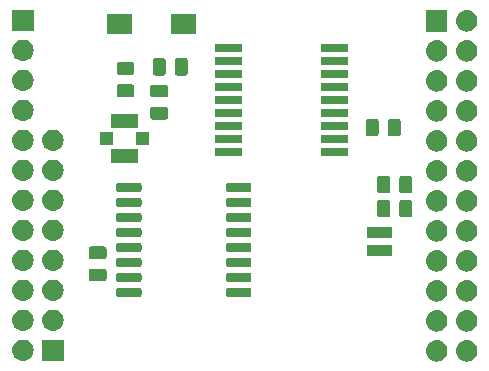
<source format=gbr>
G04 #@! TF.GenerationSoftware,KiCad,Pcbnew,5.1.2*
G04 #@! TF.CreationDate,2019-07-12T14:08:37+08:00*
G04 #@! TF.ProjectId,GPS,4750532e-6b69-4636-9164-5f7063625858,0.2*
G04 #@! TF.SameCoordinates,Original*
G04 #@! TF.FileFunction,Soldermask,Bot*
G04 #@! TF.FilePolarity,Negative*
%FSLAX46Y46*%
G04 Gerber Fmt 4.6, Leading zero omitted, Abs format (unit mm)*
G04 Created by KiCad (PCBNEW 5.1.2) date 2019-07-12 14:08:37*
%MOMM*%
%LPD*%
G04 APERTURE LIST*
%ADD10C,0.100000*%
G04 APERTURE END LIST*
D10*
G36*
X144890442Y-84195518D02*
G01*
X144956627Y-84202037D01*
X145126466Y-84253557D01*
X145282991Y-84337222D01*
X145318729Y-84366552D01*
X145420186Y-84449814D01*
X145503448Y-84551271D01*
X145532778Y-84587009D01*
X145616443Y-84743534D01*
X145667963Y-84913373D01*
X145685359Y-85090000D01*
X145667963Y-85266627D01*
X145616443Y-85436466D01*
X145532778Y-85592991D01*
X145503448Y-85628729D01*
X145420186Y-85730186D01*
X145318729Y-85813448D01*
X145282991Y-85842778D01*
X145126466Y-85926443D01*
X144956627Y-85977963D01*
X144890442Y-85984482D01*
X144824260Y-85991000D01*
X144735740Y-85991000D01*
X144669558Y-85984482D01*
X144603373Y-85977963D01*
X144433534Y-85926443D01*
X144277009Y-85842778D01*
X144241271Y-85813448D01*
X144139814Y-85730186D01*
X144056552Y-85628729D01*
X144027222Y-85592991D01*
X143943557Y-85436466D01*
X143892037Y-85266627D01*
X143874641Y-85090000D01*
X143892037Y-84913373D01*
X143943557Y-84743534D01*
X144027222Y-84587009D01*
X144056552Y-84551271D01*
X144139814Y-84449814D01*
X144241271Y-84366552D01*
X144277009Y-84337222D01*
X144433534Y-84253557D01*
X144603373Y-84202037D01*
X144669558Y-84195518D01*
X144735740Y-84189000D01*
X144824260Y-84189000D01*
X144890442Y-84195518D01*
X144890442Y-84195518D01*
G37*
G36*
X142350442Y-84195518D02*
G01*
X142416627Y-84202037D01*
X142586466Y-84253557D01*
X142742991Y-84337222D01*
X142778729Y-84366552D01*
X142880186Y-84449814D01*
X142963448Y-84551271D01*
X142992778Y-84587009D01*
X143076443Y-84743534D01*
X143127963Y-84913373D01*
X143145359Y-85090000D01*
X143127963Y-85266627D01*
X143076443Y-85436466D01*
X142992778Y-85592991D01*
X142963448Y-85628729D01*
X142880186Y-85730186D01*
X142778729Y-85813448D01*
X142742991Y-85842778D01*
X142586466Y-85926443D01*
X142416627Y-85977963D01*
X142350442Y-85984482D01*
X142284260Y-85991000D01*
X142195740Y-85991000D01*
X142129558Y-85984482D01*
X142063373Y-85977963D01*
X141893534Y-85926443D01*
X141737009Y-85842778D01*
X141701271Y-85813448D01*
X141599814Y-85730186D01*
X141516552Y-85628729D01*
X141487222Y-85592991D01*
X141403557Y-85436466D01*
X141352037Y-85266627D01*
X141334641Y-85090000D01*
X141352037Y-84913373D01*
X141403557Y-84743534D01*
X141487222Y-84587009D01*
X141516552Y-84551271D01*
X141599814Y-84449814D01*
X141701271Y-84366552D01*
X141737009Y-84337222D01*
X141893534Y-84253557D01*
X142063373Y-84202037D01*
X142129558Y-84195518D01*
X142195740Y-84189000D01*
X142284260Y-84189000D01*
X142350442Y-84195518D01*
X142350442Y-84195518D01*
G37*
G36*
X107323843Y-84132019D02*
G01*
X107390027Y-84138537D01*
X107559866Y-84190057D01*
X107716391Y-84273722D01*
X107752129Y-84303052D01*
X107853586Y-84386314D01*
X107936848Y-84487771D01*
X107966178Y-84523509D01*
X108049843Y-84680034D01*
X108101363Y-84849873D01*
X108118759Y-85026500D01*
X108101363Y-85203127D01*
X108049843Y-85372966D01*
X107966178Y-85529491D01*
X107936848Y-85565229D01*
X107853586Y-85666686D01*
X107752129Y-85749948D01*
X107716391Y-85779278D01*
X107559866Y-85862943D01*
X107390027Y-85914463D01*
X107323842Y-85920982D01*
X107257660Y-85927500D01*
X107169140Y-85927500D01*
X107102958Y-85920982D01*
X107036773Y-85914463D01*
X106866934Y-85862943D01*
X106710409Y-85779278D01*
X106674671Y-85749948D01*
X106573214Y-85666686D01*
X106489952Y-85565229D01*
X106460622Y-85529491D01*
X106376957Y-85372966D01*
X106325437Y-85203127D01*
X106308041Y-85026500D01*
X106325437Y-84849873D01*
X106376957Y-84680034D01*
X106460622Y-84523509D01*
X106489952Y-84487771D01*
X106573214Y-84386314D01*
X106674671Y-84303052D01*
X106710409Y-84273722D01*
X106866934Y-84190057D01*
X107036773Y-84138537D01*
X107102957Y-84132019D01*
X107169140Y-84125500D01*
X107257660Y-84125500D01*
X107323843Y-84132019D01*
X107323843Y-84132019D01*
G37*
G36*
X110654400Y-85927500D02*
G01*
X108852400Y-85927500D01*
X108852400Y-84125500D01*
X110654400Y-84125500D01*
X110654400Y-85927500D01*
X110654400Y-85927500D01*
G37*
G36*
X144890443Y-81655519D02*
G01*
X144956627Y-81662037D01*
X145126466Y-81713557D01*
X145282991Y-81797222D01*
X145318729Y-81826552D01*
X145420186Y-81909814D01*
X145503448Y-82011271D01*
X145532778Y-82047009D01*
X145616443Y-82203534D01*
X145667963Y-82373373D01*
X145685359Y-82550000D01*
X145667963Y-82726627D01*
X145616443Y-82896466D01*
X145532778Y-83052991D01*
X145503448Y-83088729D01*
X145420186Y-83190186D01*
X145318729Y-83273448D01*
X145282991Y-83302778D01*
X145126466Y-83386443D01*
X144956627Y-83437963D01*
X144890443Y-83444481D01*
X144824260Y-83451000D01*
X144735740Y-83451000D01*
X144669557Y-83444481D01*
X144603373Y-83437963D01*
X144433534Y-83386443D01*
X144277009Y-83302778D01*
X144241271Y-83273448D01*
X144139814Y-83190186D01*
X144056552Y-83088729D01*
X144027222Y-83052991D01*
X143943557Y-82896466D01*
X143892037Y-82726627D01*
X143874641Y-82550000D01*
X143892037Y-82373373D01*
X143943557Y-82203534D01*
X144027222Y-82047009D01*
X144056552Y-82011271D01*
X144139814Y-81909814D01*
X144241271Y-81826552D01*
X144277009Y-81797222D01*
X144433534Y-81713557D01*
X144603373Y-81662037D01*
X144669557Y-81655519D01*
X144735740Y-81649000D01*
X144824260Y-81649000D01*
X144890443Y-81655519D01*
X144890443Y-81655519D01*
G37*
G36*
X142350443Y-81655519D02*
G01*
X142416627Y-81662037D01*
X142586466Y-81713557D01*
X142742991Y-81797222D01*
X142778729Y-81826552D01*
X142880186Y-81909814D01*
X142963448Y-82011271D01*
X142992778Y-82047009D01*
X143076443Y-82203534D01*
X143127963Y-82373373D01*
X143145359Y-82550000D01*
X143127963Y-82726627D01*
X143076443Y-82896466D01*
X142992778Y-83052991D01*
X142963448Y-83088729D01*
X142880186Y-83190186D01*
X142778729Y-83273448D01*
X142742991Y-83302778D01*
X142586466Y-83386443D01*
X142416627Y-83437963D01*
X142350443Y-83444481D01*
X142284260Y-83451000D01*
X142195740Y-83451000D01*
X142129557Y-83444481D01*
X142063373Y-83437963D01*
X141893534Y-83386443D01*
X141737009Y-83302778D01*
X141701271Y-83273448D01*
X141599814Y-83190186D01*
X141516552Y-83088729D01*
X141487222Y-83052991D01*
X141403557Y-82896466D01*
X141352037Y-82726627D01*
X141334641Y-82550000D01*
X141352037Y-82373373D01*
X141403557Y-82203534D01*
X141487222Y-82047009D01*
X141516552Y-82011271D01*
X141599814Y-81909814D01*
X141701271Y-81826552D01*
X141737009Y-81797222D01*
X141893534Y-81713557D01*
X142063373Y-81662037D01*
X142129557Y-81655519D01*
X142195740Y-81649000D01*
X142284260Y-81649000D01*
X142350443Y-81655519D01*
X142350443Y-81655519D01*
G37*
G36*
X107323842Y-81592018D02*
G01*
X107390027Y-81598537D01*
X107559866Y-81650057D01*
X107716391Y-81733722D01*
X107752129Y-81763052D01*
X107853586Y-81846314D01*
X107936848Y-81947771D01*
X107966178Y-81983509D01*
X108049843Y-82140034D01*
X108101363Y-82309873D01*
X108118759Y-82486500D01*
X108101363Y-82663127D01*
X108049843Y-82832966D01*
X107966178Y-82989491D01*
X107936848Y-83025229D01*
X107853586Y-83126686D01*
X107752129Y-83209948D01*
X107716391Y-83239278D01*
X107559866Y-83322943D01*
X107390027Y-83374463D01*
X107323842Y-83380982D01*
X107257660Y-83387500D01*
X107169140Y-83387500D01*
X107102958Y-83380982D01*
X107036773Y-83374463D01*
X106866934Y-83322943D01*
X106710409Y-83239278D01*
X106674671Y-83209948D01*
X106573214Y-83126686D01*
X106489952Y-83025229D01*
X106460622Y-82989491D01*
X106376957Y-82832966D01*
X106325437Y-82663127D01*
X106308041Y-82486500D01*
X106325437Y-82309873D01*
X106376957Y-82140034D01*
X106460622Y-81983509D01*
X106489952Y-81947771D01*
X106573214Y-81846314D01*
X106674671Y-81763052D01*
X106710409Y-81733722D01*
X106866934Y-81650057D01*
X107036773Y-81598537D01*
X107102958Y-81592018D01*
X107169140Y-81585500D01*
X107257660Y-81585500D01*
X107323842Y-81592018D01*
X107323842Y-81592018D01*
G37*
G36*
X109863842Y-81592018D02*
G01*
X109930027Y-81598537D01*
X110099866Y-81650057D01*
X110256391Y-81733722D01*
X110292129Y-81763052D01*
X110393586Y-81846314D01*
X110476848Y-81947771D01*
X110506178Y-81983509D01*
X110589843Y-82140034D01*
X110641363Y-82309873D01*
X110658759Y-82486500D01*
X110641363Y-82663127D01*
X110589843Y-82832966D01*
X110506178Y-82989491D01*
X110476848Y-83025229D01*
X110393586Y-83126686D01*
X110292129Y-83209948D01*
X110256391Y-83239278D01*
X110099866Y-83322943D01*
X109930027Y-83374463D01*
X109863842Y-83380982D01*
X109797660Y-83387500D01*
X109709140Y-83387500D01*
X109642958Y-83380982D01*
X109576773Y-83374463D01*
X109406934Y-83322943D01*
X109250409Y-83239278D01*
X109214671Y-83209948D01*
X109113214Y-83126686D01*
X109029952Y-83025229D01*
X109000622Y-82989491D01*
X108916957Y-82832966D01*
X108865437Y-82663127D01*
X108848041Y-82486500D01*
X108865437Y-82309873D01*
X108916957Y-82140034D01*
X109000622Y-81983509D01*
X109029952Y-81947771D01*
X109113214Y-81846314D01*
X109214671Y-81763052D01*
X109250409Y-81733722D01*
X109406934Y-81650057D01*
X109576773Y-81598537D01*
X109642958Y-81592018D01*
X109709140Y-81585500D01*
X109797660Y-81585500D01*
X109863842Y-81592018D01*
X109863842Y-81592018D01*
G37*
G36*
X142350443Y-79115519D02*
G01*
X142416627Y-79122037D01*
X142586466Y-79173557D01*
X142742991Y-79257222D01*
X142778729Y-79286552D01*
X142880186Y-79369814D01*
X142963448Y-79471271D01*
X142992778Y-79507009D01*
X143076443Y-79663534D01*
X143127963Y-79833373D01*
X143145359Y-80010000D01*
X143127963Y-80186627D01*
X143076443Y-80356466D01*
X142992778Y-80512991D01*
X142963448Y-80548729D01*
X142880186Y-80650186D01*
X142778729Y-80733448D01*
X142742991Y-80762778D01*
X142586466Y-80846443D01*
X142416627Y-80897963D01*
X142350442Y-80904482D01*
X142284260Y-80911000D01*
X142195740Y-80911000D01*
X142129558Y-80904482D01*
X142063373Y-80897963D01*
X141893534Y-80846443D01*
X141737009Y-80762778D01*
X141701271Y-80733448D01*
X141599814Y-80650186D01*
X141516552Y-80548729D01*
X141487222Y-80512991D01*
X141403557Y-80356466D01*
X141352037Y-80186627D01*
X141334641Y-80010000D01*
X141352037Y-79833373D01*
X141403557Y-79663534D01*
X141487222Y-79507009D01*
X141516552Y-79471271D01*
X141599814Y-79369814D01*
X141701271Y-79286552D01*
X141737009Y-79257222D01*
X141893534Y-79173557D01*
X142063373Y-79122037D01*
X142129557Y-79115519D01*
X142195740Y-79109000D01*
X142284260Y-79109000D01*
X142350443Y-79115519D01*
X142350443Y-79115519D01*
G37*
G36*
X144890443Y-79115519D02*
G01*
X144956627Y-79122037D01*
X145126466Y-79173557D01*
X145282991Y-79257222D01*
X145318729Y-79286552D01*
X145420186Y-79369814D01*
X145503448Y-79471271D01*
X145532778Y-79507009D01*
X145616443Y-79663534D01*
X145667963Y-79833373D01*
X145685359Y-80010000D01*
X145667963Y-80186627D01*
X145616443Y-80356466D01*
X145532778Y-80512991D01*
X145503448Y-80548729D01*
X145420186Y-80650186D01*
X145318729Y-80733448D01*
X145282991Y-80762778D01*
X145126466Y-80846443D01*
X144956627Y-80897963D01*
X144890442Y-80904482D01*
X144824260Y-80911000D01*
X144735740Y-80911000D01*
X144669558Y-80904482D01*
X144603373Y-80897963D01*
X144433534Y-80846443D01*
X144277009Y-80762778D01*
X144241271Y-80733448D01*
X144139814Y-80650186D01*
X144056552Y-80548729D01*
X144027222Y-80512991D01*
X143943557Y-80356466D01*
X143892037Y-80186627D01*
X143874641Y-80010000D01*
X143892037Y-79833373D01*
X143943557Y-79663534D01*
X144027222Y-79507009D01*
X144056552Y-79471271D01*
X144139814Y-79369814D01*
X144241271Y-79286552D01*
X144277009Y-79257222D01*
X144433534Y-79173557D01*
X144603373Y-79122037D01*
X144669557Y-79115519D01*
X144735740Y-79109000D01*
X144824260Y-79109000D01*
X144890443Y-79115519D01*
X144890443Y-79115519D01*
G37*
G36*
X107323842Y-79052018D02*
G01*
X107390027Y-79058537D01*
X107559866Y-79110057D01*
X107716391Y-79193722D01*
X107752129Y-79223052D01*
X107853586Y-79306314D01*
X107936848Y-79407771D01*
X107966178Y-79443509D01*
X108049843Y-79600034D01*
X108101363Y-79769873D01*
X108118759Y-79946500D01*
X108101363Y-80123127D01*
X108049843Y-80292966D01*
X108049842Y-80292968D01*
X108008010Y-80371229D01*
X107966178Y-80449491D01*
X107950617Y-80468452D01*
X107853586Y-80586686D01*
X107752129Y-80669948D01*
X107716391Y-80699278D01*
X107559866Y-80782943D01*
X107390027Y-80834463D01*
X107323842Y-80840982D01*
X107257660Y-80847500D01*
X107169140Y-80847500D01*
X107102958Y-80840982D01*
X107036773Y-80834463D01*
X106866934Y-80782943D01*
X106710409Y-80699278D01*
X106674671Y-80669948D01*
X106573214Y-80586686D01*
X106476183Y-80468452D01*
X106460622Y-80449491D01*
X106418790Y-80371229D01*
X106376958Y-80292968D01*
X106376957Y-80292966D01*
X106325437Y-80123127D01*
X106308041Y-79946500D01*
X106325437Y-79769873D01*
X106376957Y-79600034D01*
X106460622Y-79443509D01*
X106489952Y-79407771D01*
X106573214Y-79306314D01*
X106674671Y-79223052D01*
X106710409Y-79193722D01*
X106866934Y-79110057D01*
X107036773Y-79058537D01*
X107102958Y-79052018D01*
X107169140Y-79045500D01*
X107257660Y-79045500D01*
X107323842Y-79052018D01*
X107323842Y-79052018D01*
G37*
G36*
X109863842Y-79052018D02*
G01*
X109930027Y-79058537D01*
X110099866Y-79110057D01*
X110256391Y-79193722D01*
X110292129Y-79223052D01*
X110393586Y-79306314D01*
X110476848Y-79407771D01*
X110506178Y-79443509D01*
X110589843Y-79600034D01*
X110641363Y-79769873D01*
X110658759Y-79946500D01*
X110641363Y-80123127D01*
X110589843Y-80292966D01*
X110589842Y-80292968D01*
X110548010Y-80371229D01*
X110506178Y-80449491D01*
X110490617Y-80468452D01*
X110393586Y-80586686D01*
X110292129Y-80669948D01*
X110256391Y-80699278D01*
X110099866Y-80782943D01*
X109930027Y-80834463D01*
X109863842Y-80840982D01*
X109797660Y-80847500D01*
X109709140Y-80847500D01*
X109642958Y-80840982D01*
X109576773Y-80834463D01*
X109406934Y-80782943D01*
X109250409Y-80699278D01*
X109214671Y-80669948D01*
X109113214Y-80586686D01*
X109016183Y-80468452D01*
X109000622Y-80449491D01*
X108958790Y-80371229D01*
X108916958Y-80292968D01*
X108916957Y-80292966D01*
X108865437Y-80123127D01*
X108848041Y-79946500D01*
X108865437Y-79769873D01*
X108916957Y-79600034D01*
X109000622Y-79443509D01*
X109029952Y-79407771D01*
X109113214Y-79306314D01*
X109214671Y-79223052D01*
X109250409Y-79193722D01*
X109406934Y-79110057D01*
X109576773Y-79058537D01*
X109642958Y-79052018D01*
X109709140Y-79045500D01*
X109797660Y-79045500D01*
X109863842Y-79052018D01*
X109863842Y-79052018D01*
G37*
G36*
X117160928Y-79788764D02*
G01*
X117182009Y-79795160D01*
X117201445Y-79805548D01*
X117218476Y-79819524D01*
X117232452Y-79836555D01*
X117242840Y-79855991D01*
X117249236Y-79877072D01*
X117252000Y-79905140D01*
X117252000Y-80368860D01*
X117249236Y-80396928D01*
X117242840Y-80418009D01*
X117232452Y-80437445D01*
X117218476Y-80454476D01*
X117201445Y-80468452D01*
X117182009Y-80478840D01*
X117160928Y-80485236D01*
X117132860Y-80488000D01*
X115219140Y-80488000D01*
X115191072Y-80485236D01*
X115169991Y-80478840D01*
X115150555Y-80468452D01*
X115133524Y-80454476D01*
X115119548Y-80437445D01*
X115109160Y-80418009D01*
X115102764Y-80396928D01*
X115100000Y-80368860D01*
X115100000Y-79905140D01*
X115102764Y-79877072D01*
X115109160Y-79855991D01*
X115119548Y-79836555D01*
X115133524Y-79819524D01*
X115150555Y-79805548D01*
X115169991Y-79795160D01*
X115191072Y-79788764D01*
X115219140Y-79786000D01*
X117132860Y-79786000D01*
X117160928Y-79788764D01*
X117160928Y-79788764D01*
G37*
G36*
X126460928Y-79788764D02*
G01*
X126482009Y-79795160D01*
X126501445Y-79805548D01*
X126518476Y-79819524D01*
X126532452Y-79836555D01*
X126542840Y-79855991D01*
X126549236Y-79877072D01*
X126552000Y-79905140D01*
X126552000Y-80368860D01*
X126549236Y-80396928D01*
X126542840Y-80418009D01*
X126532452Y-80437445D01*
X126518476Y-80454476D01*
X126501445Y-80468452D01*
X126482009Y-80478840D01*
X126460928Y-80485236D01*
X126432860Y-80488000D01*
X124519140Y-80488000D01*
X124491072Y-80485236D01*
X124469991Y-80478840D01*
X124450555Y-80468452D01*
X124433524Y-80454476D01*
X124419548Y-80437445D01*
X124409160Y-80418009D01*
X124402764Y-80396928D01*
X124400000Y-80368860D01*
X124400000Y-79905140D01*
X124402764Y-79877072D01*
X124409160Y-79855991D01*
X124419548Y-79836555D01*
X124433524Y-79819524D01*
X124450555Y-79805548D01*
X124469991Y-79795160D01*
X124491072Y-79788764D01*
X124519140Y-79786000D01*
X126432860Y-79786000D01*
X126460928Y-79788764D01*
X126460928Y-79788764D01*
G37*
G36*
X117160928Y-78518764D02*
G01*
X117182009Y-78525160D01*
X117201445Y-78535548D01*
X117218476Y-78549524D01*
X117232452Y-78566555D01*
X117242840Y-78585991D01*
X117249236Y-78607072D01*
X117252000Y-78635140D01*
X117252000Y-79098860D01*
X117249236Y-79126928D01*
X117242840Y-79148009D01*
X117232452Y-79167445D01*
X117218476Y-79184476D01*
X117201445Y-79198452D01*
X117182009Y-79208840D01*
X117160928Y-79215236D01*
X117132860Y-79218000D01*
X115219140Y-79218000D01*
X115191072Y-79215236D01*
X115169991Y-79208840D01*
X115150555Y-79198452D01*
X115133524Y-79184476D01*
X115119548Y-79167445D01*
X115109160Y-79148009D01*
X115102764Y-79126928D01*
X115100000Y-79098860D01*
X115100000Y-78635140D01*
X115102764Y-78607072D01*
X115109160Y-78585991D01*
X115119548Y-78566555D01*
X115133524Y-78549524D01*
X115150555Y-78535548D01*
X115169991Y-78525160D01*
X115191072Y-78518764D01*
X115219140Y-78516000D01*
X117132860Y-78516000D01*
X117160928Y-78518764D01*
X117160928Y-78518764D01*
G37*
G36*
X126460928Y-78518764D02*
G01*
X126482009Y-78525160D01*
X126501445Y-78535548D01*
X126518476Y-78549524D01*
X126532452Y-78566555D01*
X126542840Y-78585991D01*
X126549236Y-78607072D01*
X126552000Y-78635140D01*
X126552000Y-79098860D01*
X126549236Y-79126928D01*
X126542840Y-79148009D01*
X126532452Y-79167445D01*
X126518476Y-79184476D01*
X126501445Y-79198452D01*
X126482009Y-79208840D01*
X126460928Y-79215236D01*
X126432860Y-79218000D01*
X124519140Y-79218000D01*
X124491072Y-79215236D01*
X124469991Y-79208840D01*
X124450555Y-79198452D01*
X124433524Y-79184476D01*
X124419548Y-79167445D01*
X124409160Y-79148009D01*
X124402764Y-79126928D01*
X124400000Y-79098860D01*
X124400000Y-78635140D01*
X124402764Y-78607072D01*
X124409160Y-78585991D01*
X124419548Y-78566555D01*
X124433524Y-78549524D01*
X124450555Y-78535548D01*
X124469991Y-78525160D01*
X124491072Y-78518764D01*
X124519140Y-78516000D01*
X126432860Y-78516000D01*
X126460928Y-78518764D01*
X126460928Y-78518764D01*
G37*
G36*
X114122468Y-78127565D02*
G01*
X114161138Y-78139296D01*
X114196777Y-78158346D01*
X114228017Y-78183983D01*
X114253654Y-78215223D01*
X114272704Y-78250862D01*
X114284435Y-78289532D01*
X114289000Y-78335888D01*
X114289000Y-78987112D01*
X114284435Y-79033468D01*
X114272704Y-79072138D01*
X114253654Y-79107777D01*
X114228017Y-79139017D01*
X114196777Y-79164654D01*
X114161138Y-79183704D01*
X114122468Y-79195435D01*
X114076112Y-79200000D01*
X112999888Y-79200000D01*
X112953532Y-79195435D01*
X112914862Y-79183704D01*
X112879223Y-79164654D01*
X112847983Y-79139017D01*
X112822346Y-79107777D01*
X112803296Y-79072138D01*
X112791565Y-79033468D01*
X112787000Y-78987112D01*
X112787000Y-78335888D01*
X112791565Y-78289532D01*
X112803296Y-78250862D01*
X112822346Y-78215223D01*
X112847983Y-78183983D01*
X112879223Y-78158346D01*
X112914862Y-78139296D01*
X112953532Y-78127565D01*
X112999888Y-78123000D01*
X114076112Y-78123000D01*
X114122468Y-78127565D01*
X114122468Y-78127565D01*
G37*
G36*
X142350443Y-76575519D02*
G01*
X142416627Y-76582037D01*
X142586466Y-76633557D01*
X142742991Y-76717222D01*
X142778729Y-76746552D01*
X142880186Y-76829814D01*
X142963448Y-76931271D01*
X142992778Y-76967009D01*
X143076443Y-77123534D01*
X143127963Y-77293373D01*
X143145359Y-77470000D01*
X143127963Y-77646627D01*
X143076443Y-77816466D01*
X142992778Y-77972991D01*
X142963448Y-78008729D01*
X142880186Y-78110186D01*
X142790263Y-78183983D01*
X142742991Y-78222778D01*
X142586466Y-78306443D01*
X142416627Y-78357963D01*
X142350443Y-78364481D01*
X142284260Y-78371000D01*
X142195740Y-78371000D01*
X142129557Y-78364481D01*
X142063373Y-78357963D01*
X141893534Y-78306443D01*
X141737009Y-78222778D01*
X141689737Y-78183983D01*
X141599814Y-78110186D01*
X141516552Y-78008729D01*
X141487222Y-77972991D01*
X141403557Y-77816466D01*
X141352037Y-77646627D01*
X141334641Y-77470000D01*
X141352037Y-77293373D01*
X141403557Y-77123534D01*
X141487222Y-76967009D01*
X141516552Y-76931271D01*
X141599814Y-76829814D01*
X141701271Y-76746552D01*
X141737009Y-76717222D01*
X141893534Y-76633557D01*
X142063373Y-76582037D01*
X142129557Y-76575519D01*
X142195740Y-76569000D01*
X142284260Y-76569000D01*
X142350443Y-76575519D01*
X142350443Y-76575519D01*
G37*
G36*
X144890443Y-76575519D02*
G01*
X144956627Y-76582037D01*
X145126466Y-76633557D01*
X145282991Y-76717222D01*
X145318729Y-76746552D01*
X145420186Y-76829814D01*
X145503448Y-76931271D01*
X145532778Y-76967009D01*
X145616443Y-77123534D01*
X145667963Y-77293373D01*
X145685359Y-77470000D01*
X145667963Y-77646627D01*
X145616443Y-77816466D01*
X145532778Y-77972991D01*
X145503448Y-78008729D01*
X145420186Y-78110186D01*
X145330263Y-78183983D01*
X145282991Y-78222778D01*
X145126466Y-78306443D01*
X144956627Y-78357963D01*
X144890443Y-78364481D01*
X144824260Y-78371000D01*
X144735740Y-78371000D01*
X144669557Y-78364481D01*
X144603373Y-78357963D01*
X144433534Y-78306443D01*
X144277009Y-78222778D01*
X144229737Y-78183983D01*
X144139814Y-78110186D01*
X144056552Y-78008729D01*
X144027222Y-77972991D01*
X143943557Y-77816466D01*
X143892037Y-77646627D01*
X143874641Y-77470000D01*
X143892037Y-77293373D01*
X143943557Y-77123534D01*
X144027222Y-76967009D01*
X144056552Y-76931271D01*
X144139814Y-76829814D01*
X144241271Y-76746552D01*
X144277009Y-76717222D01*
X144433534Y-76633557D01*
X144603373Y-76582037D01*
X144669557Y-76575519D01*
X144735740Y-76569000D01*
X144824260Y-76569000D01*
X144890443Y-76575519D01*
X144890443Y-76575519D01*
G37*
G36*
X107323842Y-76512018D02*
G01*
X107390027Y-76518537D01*
X107559866Y-76570057D01*
X107716391Y-76653722D01*
X107752129Y-76683052D01*
X107853586Y-76766314D01*
X107936848Y-76867771D01*
X107966178Y-76903509D01*
X108049843Y-77060034D01*
X108101363Y-77229873D01*
X108118759Y-77406500D01*
X108101363Y-77583127D01*
X108049843Y-77752966D01*
X108049842Y-77752968D01*
X108008010Y-77831229D01*
X107966178Y-77909491D01*
X107950617Y-77928452D01*
X107853586Y-78046686D01*
X107760596Y-78123000D01*
X107716391Y-78159278D01*
X107559866Y-78242943D01*
X107390027Y-78294463D01*
X107323843Y-78300981D01*
X107257660Y-78307500D01*
X107169140Y-78307500D01*
X107102957Y-78300981D01*
X107036773Y-78294463D01*
X106866934Y-78242943D01*
X106710409Y-78159278D01*
X106666204Y-78123000D01*
X106573214Y-78046686D01*
X106476183Y-77928452D01*
X106460622Y-77909491D01*
X106418789Y-77831228D01*
X106376958Y-77752968D01*
X106376957Y-77752966D01*
X106325437Y-77583127D01*
X106308041Y-77406500D01*
X106325437Y-77229873D01*
X106376957Y-77060034D01*
X106460622Y-76903509D01*
X106489952Y-76867771D01*
X106573214Y-76766314D01*
X106674671Y-76683052D01*
X106710409Y-76653722D01*
X106866934Y-76570057D01*
X107036773Y-76518537D01*
X107102958Y-76512018D01*
X107169140Y-76505500D01*
X107257660Y-76505500D01*
X107323842Y-76512018D01*
X107323842Y-76512018D01*
G37*
G36*
X109863842Y-76512018D02*
G01*
X109930027Y-76518537D01*
X110099866Y-76570057D01*
X110256391Y-76653722D01*
X110292129Y-76683052D01*
X110393586Y-76766314D01*
X110476848Y-76867771D01*
X110506178Y-76903509D01*
X110589843Y-77060034D01*
X110641363Y-77229873D01*
X110658759Y-77406500D01*
X110641363Y-77583127D01*
X110589843Y-77752966D01*
X110589842Y-77752968D01*
X110548010Y-77831229D01*
X110506178Y-77909491D01*
X110490617Y-77928452D01*
X110393586Y-78046686D01*
X110300596Y-78123000D01*
X110256391Y-78159278D01*
X110099866Y-78242943D01*
X109930027Y-78294463D01*
X109863843Y-78300981D01*
X109797660Y-78307500D01*
X109709140Y-78307500D01*
X109642957Y-78300981D01*
X109576773Y-78294463D01*
X109406934Y-78242943D01*
X109250409Y-78159278D01*
X109206204Y-78123000D01*
X109113214Y-78046686D01*
X109016183Y-77928452D01*
X109000622Y-77909491D01*
X108958790Y-77831229D01*
X108916958Y-77752968D01*
X108916957Y-77752966D01*
X108865437Y-77583127D01*
X108848041Y-77406500D01*
X108865437Y-77229873D01*
X108916957Y-77060034D01*
X109000622Y-76903509D01*
X109029952Y-76867771D01*
X109113214Y-76766314D01*
X109214671Y-76683052D01*
X109250409Y-76653722D01*
X109406934Y-76570057D01*
X109576773Y-76518537D01*
X109642958Y-76512018D01*
X109709140Y-76505500D01*
X109797660Y-76505500D01*
X109863842Y-76512018D01*
X109863842Y-76512018D01*
G37*
G36*
X126460928Y-77248764D02*
G01*
X126482009Y-77255160D01*
X126501445Y-77265548D01*
X126518476Y-77279524D01*
X126532452Y-77296555D01*
X126542840Y-77315991D01*
X126549236Y-77337072D01*
X126552000Y-77365140D01*
X126552000Y-77828860D01*
X126549236Y-77856928D01*
X126542840Y-77878009D01*
X126532452Y-77897445D01*
X126518476Y-77914476D01*
X126501445Y-77928452D01*
X126482009Y-77938840D01*
X126460928Y-77945236D01*
X126432860Y-77948000D01*
X124519140Y-77948000D01*
X124491072Y-77945236D01*
X124469991Y-77938840D01*
X124450555Y-77928452D01*
X124433524Y-77914476D01*
X124419548Y-77897445D01*
X124409160Y-77878009D01*
X124402764Y-77856928D01*
X124400000Y-77828860D01*
X124400000Y-77365140D01*
X124402764Y-77337072D01*
X124409160Y-77315991D01*
X124419548Y-77296555D01*
X124433524Y-77279524D01*
X124450555Y-77265548D01*
X124469991Y-77255160D01*
X124491072Y-77248764D01*
X124519140Y-77246000D01*
X126432860Y-77246000D01*
X126460928Y-77248764D01*
X126460928Y-77248764D01*
G37*
G36*
X117160928Y-77248764D02*
G01*
X117182009Y-77255160D01*
X117201445Y-77265548D01*
X117218476Y-77279524D01*
X117232452Y-77296555D01*
X117242840Y-77315991D01*
X117249236Y-77337072D01*
X117252000Y-77365140D01*
X117252000Y-77828860D01*
X117249236Y-77856928D01*
X117242840Y-77878009D01*
X117232452Y-77897445D01*
X117218476Y-77914476D01*
X117201445Y-77928452D01*
X117182009Y-77938840D01*
X117160928Y-77945236D01*
X117132860Y-77948000D01*
X115219140Y-77948000D01*
X115191072Y-77945236D01*
X115169991Y-77938840D01*
X115150555Y-77928452D01*
X115133524Y-77914476D01*
X115119548Y-77897445D01*
X115109160Y-77878009D01*
X115102764Y-77856928D01*
X115100000Y-77828860D01*
X115100000Y-77365140D01*
X115102764Y-77337072D01*
X115109160Y-77315991D01*
X115119548Y-77296555D01*
X115133524Y-77279524D01*
X115150555Y-77265548D01*
X115169991Y-77255160D01*
X115191072Y-77248764D01*
X115219140Y-77246000D01*
X117132860Y-77246000D01*
X117160928Y-77248764D01*
X117160928Y-77248764D01*
G37*
G36*
X114122468Y-76252565D02*
G01*
X114161138Y-76264296D01*
X114196777Y-76283346D01*
X114228017Y-76308983D01*
X114253654Y-76340223D01*
X114272704Y-76375862D01*
X114284435Y-76414532D01*
X114289000Y-76460888D01*
X114289000Y-77112112D01*
X114284435Y-77158468D01*
X114272704Y-77197138D01*
X114253654Y-77232777D01*
X114228017Y-77264017D01*
X114196777Y-77289654D01*
X114161138Y-77308704D01*
X114122468Y-77320435D01*
X114076112Y-77325000D01*
X112999888Y-77325000D01*
X112953532Y-77320435D01*
X112914862Y-77308704D01*
X112879223Y-77289654D01*
X112847983Y-77264017D01*
X112822346Y-77232777D01*
X112803296Y-77197138D01*
X112791565Y-77158468D01*
X112787000Y-77112112D01*
X112787000Y-76460888D01*
X112791565Y-76414532D01*
X112803296Y-76375862D01*
X112822346Y-76340223D01*
X112847983Y-76308983D01*
X112879223Y-76283346D01*
X112914862Y-76264296D01*
X112953532Y-76252565D01*
X112999888Y-76248000D01*
X114076112Y-76248000D01*
X114122468Y-76252565D01*
X114122468Y-76252565D01*
G37*
G36*
X138465000Y-77020000D02*
G01*
X136363000Y-77020000D01*
X136363000Y-76118000D01*
X138465000Y-76118000D01*
X138465000Y-77020000D01*
X138465000Y-77020000D01*
G37*
G36*
X117160928Y-75978764D02*
G01*
X117182009Y-75985160D01*
X117201445Y-75995548D01*
X117218476Y-76009524D01*
X117232452Y-76026555D01*
X117242840Y-76045991D01*
X117249236Y-76067072D01*
X117252000Y-76095140D01*
X117252000Y-76558860D01*
X117249236Y-76586928D01*
X117242840Y-76608009D01*
X117232452Y-76627445D01*
X117218476Y-76644476D01*
X117201445Y-76658452D01*
X117182009Y-76668840D01*
X117160928Y-76675236D01*
X117132860Y-76678000D01*
X115219140Y-76678000D01*
X115191072Y-76675236D01*
X115169991Y-76668840D01*
X115150555Y-76658452D01*
X115133524Y-76644476D01*
X115119548Y-76627445D01*
X115109160Y-76608009D01*
X115102764Y-76586928D01*
X115100000Y-76558860D01*
X115100000Y-76095140D01*
X115102764Y-76067072D01*
X115109160Y-76045991D01*
X115119548Y-76026555D01*
X115133524Y-76009524D01*
X115150555Y-75995548D01*
X115169991Y-75985160D01*
X115191072Y-75978764D01*
X115219140Y-75976000D01*
X117132860Y-75976000D01*
X117160928Y-75978764D01*
X117160928Y-75978764D01*
G37*
G36*
X126460928Y-75978764D02*
G01*
X126482009Y-75985160D01*
X126501445Y-75995548D01*
X126518476Y-76009524D01*
X126532452Y-76026555D01*
X126542840Y-76045991D01*
X126549236Y-76067072D01*
X126552000Y-76095140D01*
X126552000Y-76558860D01*
X126549236Y-76586928D01*
X126542840Y-76608009D01*
X126532452Y-76627445D01*
X126518476Y-76644476D01*
X126501445Y-76658452D01*
X126482009Y-76668840D01*
X126460928Y-76675236D01*
X126432860Y-76678000D01*
X124519140Y-76678000D01*
X124491072Y-76675236D01*
X124469991Y-76668840D01*
X124450555Y-76658452D01*
X124433524Y-76644476D01*
X124419548Y-76627445D01*
X124409160Y-76608009D01*
X124402764Y-76586928D01*
X124400000Y-76558860D01*
X124400000Y-76095140D01*
X124402764Y-76067072D01*
X124409160Y-76045991D01*
X124419548Y-76026555D01*
X124433524Y-76009524D01*
X124450555Y-75995548D01*
X124469991Y-75985160D01*
X124491072Y-75978764D01*
X124519140Y-75976000D01*
X126432860Y-75976000D01*
X126460928Y-75978764D01*
X126460928Y-75978764D01*
G37*
G36*
X144890442Y-74035518D02*
G01*
X144956627Y-74042037D01*
X145126466Y-74093557D01*
X145282991Y-74177222D01*
X145318729Y-74206552D01*
X145420186Y-74289814D01*
X145503448Y-74391271D01*
X145532778Y-74427009D01*
X145616443Y-74583534D01*
X145667963Y-74753373D01*
X145685359Y-74930000D01*
X145667963Y-75106627D01*
X145616443Y-75276466D01*
X145532778Y-75432991D01*
X145503448Y-75468729D01*
X145420186Y-75570186D01*
X145318729Y-75653448D01*
X145282991Y-75682778D01*
X145126466Y-75766443D01*
X144956627Y-75817963D01*
X144890442Y-75824482D01*
X144824260Y-75831000D01*
X144735740Y-75831000D01*
X144669558Y-75824482D01*
X144603373Y-75817963D01*
X144433534Y-75766443D01*
X144277009Y-75682778D01*
X144241271Y-75653448D01*
X144139814Y-75570186D01*
X144056552Y-75468729D01*
X144027222Y-75432991D01*
X143943557Y-75276466D01*
X143892037Y-75106627D01*
X143874641Y-74930000D01*
X143892037Y-74753373D01*
X143943557Y-74583534D01*
X144027222Y-74427009D01*
X144056552Y-74391271D01*
X144139814Y-74289814D01*
X144241271Y-74206552D01*
X144277009Y-74177222D01*
X144433534Y-74093557D01*
X144603373Y-74042037D01*
X144669558Y-74035518D01*
X144735740Y-74029000D01*
X144824260Y-74029000D01*
X144890442Y-74035518D01*
X144890442Y-74035518D01*
G37*
G36*
X142350442Y-74035518D02*
G01*
X142416627Y-74042037D01*
X142586466Y-74093557D01*
X142742991Y-74177222D01*
X142778729Y-74206552D01*
X142880186Y-74289814D01*
X142963448Y-74391271D01*
X142992778Y-74427009D01*
X143076443Y-74583534D01*
X143127963Y-74753373D01*
X143145359Y-74930000D01*
X143127963Y-75106627D01*
X143076443Y-75276466D01*
X142992778Y-75432991D01*
X142963448Y-75468729D01*
X142880186Y-75570186D01*
X142778729Y-75653448D01*
X142742991Y-75682778D01*
X142586466Y-75766443D01*
X142416627Y-75817963D01*
X142350442Y-75824482D01*
X142284260Y-75831000D01*
X142195740Y-75831000D01*
X142129558Y-75824482D01*
X142063373Y-75817963D01*
X141893534Y-75766443D01*
X141737009Y-75682778D01*
X141701271Y-75653448D01*
X141599814Y-75570186D01*
X141516552Y-75468729D01*
X141487222Y-75432991D01*
X141403557Y-75276466D01*
X141352037Y-75106627D01*
X141334641Y-74930000D01*
X141352037Y-74753373D01*
X141403557Y-74583534D01*
X141487222Y-74427009D01*
X141516552Y-74391271D01*
X141599814Y-74289814D01*
X141701271Y-74206552D01*
X141737009Y-74177222D01*
X141893534Y-74093557D01*
X142063373Y-74042037D01*
X142129558Y-74035518D01*
X142195740Y-74029000D01*
X142284260Y-74029000D01*
X142350442Y-74035518D01*
X142350442Y-74035518D01*
G37*
G36*
X109863843Y-73972019D02*
G01*
X109930027Y-73978537D01*
X110099866Y-74030057D01*
X110256391Y-74113722D01*
X110292129Y-74143052D01*
X110393586Y-74226314D01*
X110476848Y-74327771D01*
X110506178Y-74363509D01*
X110589843Y-74520034D01*
X110641363Y-74689873D01*
X110658759Y-74866500D01*
X110641363Y-75043127D01*
X110589843Y-75212966D01*
X110589842Y-75212968D01*
X110548011Y-75291228D01*
X110506178Y-75369491D01*
X110490617Y-75388452D01*
X110393586Y-75506686D01*
X110292129Y-75589948D01*
X110256391Y-75619278D01*
X110099866Y-75702943D01*
X109930027Y-75754463D01*
X109863842Y-75760982D01*
X109797660Y-75767500D01*
X109709140Y-75767500D01*
X109642958Y-75760982D01*
X109576773Y-75754463D01*
X109406934Y-75702943D01*
X109250409Y-75619278D01*
X109214671Y-75589948D01*
X109113214Y-75506686D01*
X109016183Y-75388452D01*
X109000622Y-75369491D01*
X108958789Y-75291228D01*
X108916958Y-75212968D01*
X108916957Y-75212966D01*
X108865437Y-75043127D01*
X108848041Y-74866500D01*
X108865437Y-74689873D01*
X108916957Y-74520034D01*
X109000622Y-74363509D01*
X109029952Y-74327771D01*
X109113214Y-74226314D01*
X109214671Y-74143052D01*
X109250409Y-74113722D01*
X109406934Y-74030057D01*
X109576773Y-73978537D01*
X109642957Y-73972019D01*
X109709140Y-73965500D01*
X109797660Y-73965500D01*
X109863843Y-73972019D01*
X109863843Y-73972019D01*
G37*
G36*
X107323843Y-73972019D02*
G01*
X107390027Y-73978537D01*
X107559866Y-74030057D01*
X107716391Y-74113722D01*
X107752129Y-74143052D01*
X107853586Y-74226314D01*
X107936848Y-74327771D01*
X107966178Y-74363509D01*
X108049843Y-74520034D01*
X108101363Y-74689873D01*
X108118759Y-74866500D01*
X108101363Y-75043127D01*
X108049843Y-75212966D01*
X108049842Y-75212968D01*
X108008011Y-75291228D01*
X107966178Y-75369491D01*
X107950617Y-75388452D01*
X107853586Y-75506686D01*
X107752129Y-75589948D01*
X107716391Y-75619278D01*
X107559866Y-75702943D01*
X107390027Y-75754463D01*
X107323842Y-75760982D01*
X107257660Y-75767500D01*
X107169140Y-75767500D01*
X107102958Y-75760982D01*
X107036773Y-75754463D01*
X106866934Y-75702943D01*
X106710409Y-75619278D01*
X106674671Y-75589948D01*
X106573214Y-75506686D01*
X106476183Y-75388452D01*
X106460622Y-75369491D01*
X106418789Y-75291228D01*
X106376958Y-75212968D01*
X106376957Y-75212966D01*
X106325437Y-75043127D01*
X106308041Y-74866500D01*
X106325437Y-74689873D01*
X106376957Y-74520034D01*
X106460622Y-74363509D01*
X106489952Y-74327771D01*
X106573214Y-74226314D01*
X106674671Y-74143052D01*
X106710409Y-74113722D01*
X106866934Y-74030057D01*
X107036773Y-73978537D01*
X107102957Y-73972019D01*
X107169140Y-73965500D01*
X107257660Y-73965500D01*
X107323843Y-73972019D01*
X107323843Y-73972019D01*
G37*
G36*
X138465000Y-75520000D02*
G01*
X136363000Y-75520000D01*
X136363000Y-74618000D01*
X138465000Y-74618000D01*
X138465000Y-75520000D01*
X138465000Y-75520000D01*
G37*
G36*
X126460928Y-74708764D02*
G01*
X126482009Y-74715160D01*
X126501445Y-74725548D01*
X126518476Y-74739524D01*
X126532452Y-74756555D01*
X126542840Y-74775991D01*
X126549236Y-74797072D01*
X126552000Y-74825140D01*
X126552000Y-75288860D01*
X126549236Y-75316928D01*
X126542840Y-75338009D01*
X126532452Y-75357445D01*
X126518476Y-75374476D01*
X126501445Y-75388452D01*
X126482009Y-75398840D01*
X126460928Y-75405236D01*
X126432860Y-75408000D01*
X124519140Y-75408000D01*
X124491072Y-75405236D01*
X124469991Y-75398840D01*
X124450555Y-75388452D01*
X124433524Y-75374476D01*
X124419548Y-75357445D01*
X124409160Y-75338009D01*
X124402764Y-75316928D01*
X124400000Y-75288860D01*
X124400000Y-74825140D01*
X124402764Y-74797072D01*
X124409160Y-74775991D01*
X124419548Y-74756555D01*
X124433524Y-74739524D01*
X124450555Y-74725548D01*
X124469991Y-74715160D01*
X124491072Y-74708764D01*
X124519140Y-74706000D01*
X126432860Y-74706000D01*
X126460928Y-74708764D01*
X126460928Y-74708764D01*
G37*
G36*
X117160928Y-74708764D02*
G01*
X117182009Y-74715160D01*
X117201445Y-74725548D01*
X117218476Y-74739524D01*
X117232452Y-74756555D01*
X117242840Y-74775991D01*
X117249236Y-74797072D01*
X117252000Y-74825140D01*
X117252000Y-75288860D01*
X117249236Y-75316928D01*
X117242840Y-75338009D01*
X117232452Y-75357445D01*
X117218476Y-75374476D01*
X117201445Y-75388452D01*
X117182009Y-75398840D01*
X117160928Y-75405236D01*
X117132860Y-75408000D01*
X115219140Y-75408000D01*
X115191072Y-75405236D01*
X115169991Y-75398840D01*
X115150555Y-75388452D01*
X115133524Y-75374476D01*
X115119548Y-75357445D01*
X115109160Y-75338009D01*
X115102764Y-75316928D01*
X115100000Y-75288860D01*
X115100000Y-74825140D01*
X115102764Y-74797072D01*
X115109160Y-74775991D01*
X115119548Y-74756555D01*
X115133524Y-74739524D01*
X115150555Y-74725548D01*
X115169991Y-74715160D01*
X115191072Y-74708764D01*
X115219140Y-74706000D01*
X117132860Y-74706000D01*
X117160928Y-74708764D01*
X117160928Y-74708764D01*
G37*
G36*
X126460928Y-73438764D02*
G01*
X126482009Y-73445160D01*
X126501445Y-73455548D01*
X126518476Y-73469524D01*
X126532452Y-73486555D01*
X126542840Y-73505991D01*
X126549236Y-73527072D01*
X126552000Y-73555140D01*
X126552000Y-74018860D01*
X126549236Y-74046928D01*
X126542840Y-74068009D01*
X126532452Y-74087445D01*
X126518476Y-74104476D01*
X126501445Y-74118452D01*
X126482009Y-74128840D01*
X126460928Y-74135236D01*
X126432860Y-74138000D01*
X124519140Y-74138000D01*
X124491072Y-74135236D01*
X124469991Y-74128840D01*
X124450555Y-74118452D01*
X124433524Y-74104476D01*
X124419548Y-74087445D01*
X124409160Y-74068009D01*
X124402764Y-74046928D01*
X124400000Y-74018860D01*
X124400000Y-73555140D01*
X124402764Y-73527072D01*
X124409160Y-73505991D01*
X124419548Y-73486555D01*
X124433524Y-73469524D01*
X124450555Y-73455548D01*
X124469991Y-73445160D01*
X124491072Y-73438764D01*
X124519140Y-73436000D01*
X126432860Y-73436000D01*
X126460928Y-73438764D01*
X126460928Y-73438764D01*
G37*
G36*
X117160928Y-73438764D02*
G01*
X117182009Y-73445160D01*
X117201445Y-73455548D01*
X117218476Y-73469524D01*
X117232452Y-73486555D01*
X117242840Y-73505991D01*
X117249236Y-73527072D01*
X117252000Y-73555140D01*
X117252000Y-74018860D01*
X117249236Y-74046928D01*
X117242840Y-74068009D01*
X117232452Y-74087445D01*
X117218476Y-74104476D01*
X117201445Y-74118452D01*
X117182009Y-74128840D01*
X117160928Y-74135236D01*
X117132860Y-74138000D01*
X115219140Y-74138000D01*
X115191072Y-74135236D01*
X115169991Y-74128840D01*
X115150555Y-74118452D01*
X115133524Y-74104476D01*
X115119548Y-74087445D01*
X115109160Y-74068009D01*
X115102764Y-74046928D01*
X115100000Y-74018860D01*
X115100000Y-73555140D01*
X115102764Y-73527072D01*
X115109160Y-73505991D01*
X115119548Y-73486555D01*
X115133524Y-73469524D01*
X115150555Y-73455548D01*
X115169991Y-73445160D01*
X115191072Y-73438764D01*
X115219140Y-73436000D01*
X117132860Y-73436000D01*
X117160928Y-73438764D01*
X117160928Y-73438764D01*
G37*
G36*
X139993468Y-72278565D02*
G01*
X140032138Y-72290296D01*
X140067777Y-72309346D01*
X140099017Y-72334983D01*
X140124654Y-72366223D01*
X140143704Y-72401862D01*
X140155435Y-72440532D01*
X140160000Y-72486888D01*
X140160000Y-73563112D01*
X140155435Y-73609468D01*
X140143704Y-73648138D01*
X140124654Y-73683777D01*
X140099017Y-73715017D01*
X140067777Y-73740654D01*
X140032138Y-73759704D01*
X139993468Y-73771435D01*
X139947112Y-73776000D01*
X139295888Y-73776000D01*
X139249532Y-73771435D01*
X139210862Y-73759704D01*
X139175223Y-73740654D01*
X139143983Y-73715017D01*
X139118346Y-73683777D01*
X139099296Y-73648138D01*
X139087565Y-73609468D01*
X139083000Y-73563112D01*
X139083000Y-72486888D01*
X139087565Y-72440532D01*
X139099296Y-72401862D01*
X139118346Y-72366223D01*
X139143983Y-72334983D01*
X139175223Y-72309346D01*
X139210862Y-72290296D01*
X139249532Y-72278565D01*
X139295888Y-72274000D01*
X139947112Y-72274000D01*
X139993468Y-72278565D01*
X139993468Y-72278565D01*
G37*
G36*
X138118468Y-72278565D02*
G01*
X138157138Y-72290296D01*
X138192777Y-72309346D01*
X138224017Y-72334983D01*
X138249654Y-72366223D01*
X138268704Y-72401862D01*
X138280435Y-72440532D01*
X138285000Y-72486888D01*
X138285000Y-73563112D01*
X138280435Y-73609468D01*
X138268704Y-73648138D01*
X138249654Y-73683777D01*
X138224017Y-73715017D01*
X138192777Y-73740654D01*
X138157138Y-73759704D01*
X138118468Y-73771435D01*
X138072112Y-73776000D01*
X137420888Y-73776000D01*
X137374532Y-73771435D01*
X137335862Y-73759704D01*
X137300223Y-73740654D01*
X137268983Y-73715017D01*
X137243346Y-73683777D01*
X137224296Y-73648138D01*
X137212565Y-73609468D01*
X137208000Y-73563112D01*
X137208000Y-72486888D01*
X137212565Y-72440532D01*
X137224296Y-72401862D01*
X137243346Y-72366223D01*
X137268983Y-72334983D01*
X137300223Y-72309346D01*
X137335862Y-72290296D01*
X137374532Y-72278565D01*
X137420888Y-72274000D01*
X138072112Y-72274000D01*
X138118468Y-72278565D01*
X138118468Y-72278565D01*
G37*
G36*
X144890443Y-71495519D02*
G01*
X144956627Y-71502037D01*
X145126466Y-71553557D01*
X145282991Y-71637222D01*
X145300726Y-71651777D01*
X145420186Y-71749814D01*
X145503448Y-71851271D01*
X145532778Y-71887009D01*
X145616443Y-72043534D01*
X145667963Y-72213373D01*
X145685359Y-72390000D01*
X145667963Y-72566627D01*
X145616443Y-72736466D01*
X145532778Y-72892991D01*
X145503448Y-72928729D01*
X145420186Y-73030186D01*
X145318729Y-73113448D01*
X145282991Y-73142778D01*
X145126466Y-73226443D01*
X144956627Y-73277963D01*
X144890443Y-73284481D01*
X144824260Y-73291000D01*
X144735740Y-73291000D01*
X144669557Y-73284481D01*
X144603373Y-73277963D01*
X144433534Y-73226443D01*
X144277009Y-73142778D01*
X144241271Y-73113448D01*
X144139814Y-73030186D01*
X144056552Y-72928729D01*
X144027222Y-72892991D01*
X143943557Y-72736466D01*
X143892037Y-72566627D01*
X143874641Y-72390000D01*
X143892037Y-72213373D01*
X143943557Y-72043534D01*
X144027222Y-71887009D01*
X144056552Y-71851271D01*
X144139814Y-71749814D01*
X144259274Y-71651777D01*
X144277009Y-71637222D01*
X144433534Y-71553557D01*
X144603373Y-71502037D01*
X144669557Y-71495519D01*
X144735740Y-71489000D01*
X144824260Y-71489000D01*
X144890443Y-71495519D01*
X144890443Y-71495519D01*
G37*
G36*
X142350443Y-71495519D02*
G01*
X142416627Y-71502037D01*
X142586466Y-71553557D01*
X142742991Y-71637222D01*
X142760726Y-71651777D01*
X142880186Y-71749814D01*
X142963448Y-71851271D01*
X142992778Y-71887009D01*
X143076443Y-72043534D01*
X143127963Y-72213373D01*
X143145359Y-72390000D01*
X143127963Y-72566627D01*
X143076443Y-72736466D01*
X142992778Y-72892991D01*
X142963448Y-72928729D01*
X142880186Y-73030186D01*
X142778729Y-73113448D01*
X142742991Y-73142778D01*
X142586466Y-73226443D01*
X142416627Y-73277963D01*
X142350443Y-73284481D01*
X142284260Y-73291000D01*
X142195740Y-73291000D01*
X142129557Y-73284481D01*
X142063373Y-73277963D01*
X141893534Y-73226443D01*
X141737009Y-73142778D01*
X141701271Y-73113448D01*
X141599814Y-73030186D01*
X141516552Y-72928729D01*
X141487222Y-72892991D01*
X141403557Y-72736466D01*
X141352037Y-72566627D01*
X141334641Y-72390000D01*
X141352037Y-72213373D01*
X141403557Y-72043534D01*
X141487222Y-71887009D01*
X141516552Y-71851271D01*
X141599814Y-71749814D01*
X141719274Y-71651777D01*
X141737009Y-71637222D01*
X141893534Y-71553557D01*
X142063373Y-71502037D01*
X142129557Y-71495519D01*
X142195740Y-71489000D01*
X142284260Y-71489000D01*
X142350443Y-71495519D01*
X142350443Y-71495519D01*
G37*
G36*
X109863843Y-71432019D02*
G01*
X109930027Y-71438537D01*
X110099866Y-71490057D01*
X110256391Y-71573722D01*
X110292129Y-71603052D01*
X110393586Y-71686314D01*
X110476848Y-71787771D01*
X110506178Y-71823509D01*
X110589843Y-71980034D01*
X110641363Y-72149873D01*
X110658759Y-72326500D01*
X110641363Y-72503127D01*
X110589843Y-72672966D01*
X110589842Y-72672968D01*
X110548011Y-72751228D01*
X110506178Y-72829491D01*
X110490617Y-72848452D01*
X110393586Y-72966686D01*
X110292129Y-73049948D01*
X110256391Y-73079278D01*
X110099866Y-73162943D01*
X109930027Y-73214463D01*
X109863843Y-73220981D01*
X109797660Y-73227500D01*
X109709140Y-73227500D01*
X109642957Y-73220981D01*
X109576773Y-73214463D01*
X109406934Y-73162943D01*
X109250409Y-73079278D01*
X109214671Y-73049948D01*
X109113214Y-72966686D01*
X109016183Y-72848452D01*
X109000622Y-72829491D01*
X108958790Y-72751229D01*
X108916958Y-72672968D01*
X108916957Y-72672966D01*
X108865437Y-72503127D01*
X108848041Y-72326500D01*
X108865437Y-72149873D01*
X108916957Y-71980034D01*
X109000622Y-71823509D01*
X109029952Y-71787771D01*
X109113214Y-71686314D01*
X109214671Y-71603052D01*
X109250409Y-71573722D01*
X109406934Y-71490057D01*
X109576773Y-71438537D01*
X109642957Y-71432019D01*
X109709140Y-71425500D01*
X109797660Y-71425500D01*
X109863843Y-71432019D01*
X109863843Y-71432019D01*
G37*
G36*
X107323843Y-71432019D02*
G01*
X107390027Y-71438537D01*
X107559866Y-71490057D01*
X107716391Y-71573722D01*
X107752129Y-71603052D01*
X107853586Y-71686314D01*
X107936848Y-71787771D01*
X107966178Y-71823509D01*
X108049843Y-71980034D01*
X108101363Y-72149873D01*
X108118759Y-72326500D01*
X108101363Y-72503127D01*
X108049843Y-72672966D01*
X108049842Y-72672968D01*
X108008011Y-72751228D01*
X107966178Y-72829491D01*
X107950617Y-72848452D01*
X107853586Y-72966686D01*
X107752129Y-73049948D01*
X107716391Y-73079278D01*
X107559866Y-73162943D01*
X107390027Y-73214463D01*
X107323843Y-73220981D01*
X107257660Y-73227500D01*
X107169140Y-73227500D01*
X107102957Y-73220981D01*
X107036773Y-73214463D01*
X106866934Y-73162943D01*
X106710409Y-73079278D01*
X106674671Y-73049948D01*
X106573214Y-72966686D01*
X106476183Y-72848452D01*
X106460622Y-72829491D01*
X106418790Y-72751229D01*
X106376958Y-72672968D01*
X106376957Y-72672966D01*
X106325437Y-72503127D01*
X106308041Y-72326500D01*
X106325437Y-72149873D01*
X106376957Y-71980034D01*
X106460622Y-71823509D01*
X106489952Y-71787771D01*
X106573214Y-71686314D01*
X106674671Y-71603052D01*
X106710409Y-71573722D01*
X106866934Y-71490057D01*
X107036773Y-71438537D01*
X107102957Y-71432019D01*
X107169140Y-71425500D01*
X107257660Y-71425500D01*
X107323843Y-71432019D01*
X107323843Y-71432019D01*
G37*
G36*
X117160928Y-72168764D02*
G01*
X117182009Y-72175160D01*
X117201445Y-72185548D01*
X117218476Y-72199524D01*
X117232452Y-72216555D01*
X117242840Y-72235991D01*
X117249236Y-72257072D01*
X117252000Y-72285140D01*
X117252000Y-72748860D01*
X117249236Y-72776928D01*
X117242840Y-72798009D01*
X117232452Y-72817445D01*
X117218476Y-72834476D01*
X117201445Y-72848452D01*
X117182009Y-72858840D01*
X117160928Y-72865236D01*
X117132860Y-72868000D01*
X115219140Y-72868000D01*
X115191072Y-72865236D01*
X115169991Y-72858840D01*
X115150555Y-72848452D01*
X115133524Y-72834476D01*
X115119548Y-72817445D01*
X115109160Y-72798009D01*
X115102764Y-72776928D01*
X115100000Y-72748860D01*
X115100000Y-72285140D01*
X115102764Y-72257072D01*
X115109160Y-72235991D01*
X115119548Y-72216555D01*
X115133524Y-72199524D01*
X115150555Y-72185548D01*
X115169991Y-72175160D01*
X115191072Y-72168764D01*
X115219140Y-72166000D01*
X117132860Y-72166000D01*
X117160928Y-72168764D01*
X117160928Y-72168764D01*
G37*
G36*
X126460928Y-72168764D02*
G01*
X126482009Y-72175160D01*
X126501445Y-72185548D01*
X126518476Y-72199524D01*
X126532452Y-72216555D01*
X126542840Y-72235991D01*
X126549236Y-72257072D01*
X126552000Y-72285140D01*
X126552000Y-72748860D01*
X126549236Y-72776928D01*
X126542840Y-72798009D01*
X126532452Y-72817445D01*
X126518476Y-72834476D01*
X126501445Y-72848452D01*
X126482009Y-72858840D01*
X126460928Y-72865236D01*
X126432860Y-72868000D01*
X124519140Y-72868000D01*
X124491072Y-72865236D01*
X124469991Y-72858840D01*
X124450555Y-72848452D01*
X124433524Y-72834476D01*
X124419548Y-72817445D01*
X124409160Y-72798009D01*
X124402764Y-72776928D01*
X124400000Y-72748860D01*
X124400000Y-72285140D01*
X124402764Y-72257072D01*
X124409160Y-72235991D01*
X124419548Y-72216555D01*
X124433524Y-72199524D01*
X124450555Y-72185548D01*
X124469991Y-72175160D01*
X124491072Y-72168764D01*
X124519140Y-72166000D01*
X126432860Y-72166000D01*
X126460928Y-72168764D01*
X126460928Y-72168764D01*
G37*
G36*
X139993468Y-70246565D02*
G01*
X140032138Y-70258296D01*
X140067777Y-70277346D01*
X140099017Y-70302983D01*
X140124654Y-70334223D01*
X140143704Y-70369862D01*
X140155435Y-70408532D01*
X140160000Y-70454888D01*
X140160000Y-71531112D01*
X140155435Y-71577468D01*
X140143704Y-71616138D01*
X140124654Y-71651777D01*
X140099017Y-71683017D01*
X140067777Y-71708654D01*
X140032138Y-71727704D01*
X139993468Y-71739435D01*
X139947112Y-71744000D01*
X139295888Y-71744000D01*
X139249532Y-71739435D01*
X139210862Y-71727704D01*
X139175223Y-71708654D01*
X139143983Y-71683017D01*
X139118346Y-71651777D01*
X139099296Y-71616138D01*
X139087565Y-71577468D01*
X139083000Y-71531112D01*
X139083000Y-70454888D01*
X139087565Y-70408532D01*
X139099296Y-70369862D01*
X139118346Y-70334223D01*
X139143983Y-70302983D01*
X139175223Y-70277346D01*
X139210862Y-70258296D01*
X139249532Y-70246565D01*
X139295888Y-70242000D01*
X139947112Y-70242000D01*
X139993468Y-70246565D01*
X139993468Y-70246565D01*
G37*
G36*
X138118468Y-70246565D02*
G01*
X138157138Y-70258296D01*
X138192777Y-70277346D01*
X138224017Y-70302983D01*
X138249654Y-70334223D01*
X138268704Y-70369862D01*
X138280435Y-70408532D01*
X138285000Y-70454888D01*
X138285000Y-71531112D01*
X138280435Y-71577468D01*
X138268704Y-71616138D01*
X138249654Y-71651777D01*
X138224017Y-71683017D01*
X138192777Y-71708654D01*
X138157138Y-71727704D01*
X138118468Y-71739435D01*
X138072112Y-71744000D01*
X137420888Y-71744000D01*
X137374532Y-71739435D01*
X137335862Y-71727704D01*
X137300223Y-71708654D01*
X137268983Y-71683017D01*
X137243346Y-71651777D01*
X137224296Y-71616138D01*
X137212565Y-71577468D01*
X137208000Y-71531112D01*
X137208000Y-70454888D01*
X137212565Y-70408532D01*
X137224296Y-70369862D01*
X137243346Y-70334223D01*
X137268983Y-70302983D01*
X137300223Y-70277346D01*
X137335862Y-70258296D01*
X137374532Y-70246565D01*
X137420888Y-70242000D01*
X138072112Y-70242000D01*
X138118468Y-70246565D01*
X138118468Y-70246565D01*
G37*
G36*
X126460928Y-70898764D02*
G01*
X126482009Y-70905160D01*
X126501445Y-70915548D01*
X126518476Y-70929524D01*
X126532452Y-70946555D01*
X126542840Y-70965991D01*
X126549236Y-70987072D01*
X126552000Y-71015140D01*
X126552000Y-71478860D01*
X126549236Y-71506928D01*
X126542840Y-71528009D01*
X126532452Y-71547445D01*
X126518476Y-71564476D01*
X126501445Y-71578452D01*
X126482009Y-71588840D01*
X126460928Y-71595236D01*
X126432860Y-71598000D01*
X124519140Y-71598000D01*
X124491072Y-71595236D01*
X124469991Y-71588840D01*
X124450555Y-71578452D01*
X124433524Y-71564476D01*
X124419548Y-71547445D01*
X124409160Y-71528009D01*
X124402764Y-71506928D01*
X124400000Y-71478860D01*
X124400000Y-71015140D01*
X124402764Y-70987072D01*
X124409160Y-70965991D01*
X124419548Y-70946555D01*
X124433524Y-70929524D01*
X124450555Y-70915548D01*
X124469991Y-70905160D01*
X124491072Y-70898764D01*
X124519140Y-70896000D01*
X126432860Y-70896000D01*
X126460928Y-70898764D01*
X126460928Y-70898764D01*
G37*
G36*
X117160928Y-70898764D02*
G01*
X117182009Y-70905160D01*
X117201445Y-70915548D01*
X117218476Y-70929524D01*
X117232452Y-70946555D01*
X117242840Y-70965991D01*
X117249236Y-70987072D01*
X117252000Y-71015140D01*
X117252000Y-71478860D01*
X117249236Y-71506928D01*
X117242840Y-71528009D01*
X117232452Y-71547445D01*
X117218476Y-71564476D01*
X117201445Y-71578452D01*
X117182009Y-71588840D01*
X117160928Y-71595236D01*
X117132860Y-71598000D01*
X115219140Y-71598000D01*
X115191072Y-71595236D01*
X115169991Y-71588840D01*
X115150555Y-71578452D01*
X115133524Y-71564476D01*
X115119548Y-71547445D01*
X115109160Y-71528009D01*
X115102764Y-71506928D01*
X115100000Y-71478860D01*
X115100000Y-71015140D01*
X115102764Y-70987072D01*
X115109160Y-70965991D01*
X115119548Y-70946555D01*
X115133524Y-70929524D01*
X115150555Y-70915548D01*
X115169991Y-70905160D01*
X115191072Y-70898764D01*
X115219140Y-70896000D01*
X117132860Y-70896000D01*
X117160928Y-70898764D01*
X117160928Y-70898764D01*
G37*
G36*
X142350443Y-68955519D02*
G01*
X142416627Y-68962037D01*
X142586466Y-69013557D01*
X142742991Y-69097222D01*
X142778729Y-69126552D01*
X142880186Y-69209814D01*
X142963448Y-69311271D01*
X142992778Y-69347009D01*
X143076443Y-69503534D01*
X143127963Y-69673373D01*
X143145359Y-69850000D01*
X143127963Y-70026627D01*
X143076443Y-70196466D01*
X143076442Y-70196468D01*
X143034610Y-70274729D01*
X142992778Y-70352991D01*
X142985661Y-70361663D01*
X142880186Y-70490186D01*
X142778729Y-70573448D01*
X142742991Y-70602778D01*
X142586466Y-70686443D01*
X142416627Y-70737963D01*
X142350443Y-70744481D01*
X142284260Y-70751000D01*
X142195740Y-70751000D01*
X142129557Y-70744481D01*
X142063373Y-70737963D01*
X141893534Y-70686443D01*
X141737009Y-70602778D01*
X141701271Y-70573448D01*
X141599814Y-70490186D01*
X141494339Y-70361663D01*
X141487222Y-70352991D01*
X141445390Y-70274729D01*
X141403558Y-70196468D01*
X141403557Y-70196466D01*
X141352037Y-70026627D01*
X141334641Y-69850000D01*
X141352037Y-69673373D01*
X141403557Y-69503534D01*
X141487222Y-69347009D01*
X141516552Y-69311271D01*
X141599814Y-69209814D01*
X141701271Y-69126552D01*
X141737009Y-69097222D01*
X141893534Y-69013557D01*
X142063373Y-68962037D01*
X142129557Y-68955519D01*
X142195740Y-68949000D01*
X142284260Y-68949000D01*
X142350443Y-68955519D01*
X142350443Y-68955519D01*
G37*
G36*
X144890443Y-68955519D02*
G01*
X144956627Y-68962037D01*
X145126466Y-69013557D01*
X145282991Y-69097222D01*
X145318729Y-69126552D01*
X145420186Y-69209814D01*
X145503448Y-69311271D01*
X145532778Y-69347009D01*
X145616443Y-69503534D01*
X145667963Y-69673373D01*
X145685359Y-69850000D01*
X145667963Y-70026627D01*
X145616443Y-70196466D01*
X145616442Y-70196468D01*
X145574610Y-70274729D01*
X145532778Y-70352991D01*
X145525661Y-70361663D01*
X145420186Y-70490186D01*
X145318729Y-70573448D01*
X145282991Y-70602778D01*
X145126466Y-70686443D01*
X144956627Y-70737963D01*
X144890443Y-70744481D01*
X144824260Y-70751000D01*
X144735740Y-70751000D01*
X144669557Y-70744481D01*
X144603373Y-70737963D01*
X144433534Y-70686443D01*
X144277009Y-70602778D01*
X144241271Y-70573448D01*
X144139814Y-70490186D01*
X144034339Y-70361663D01*
X144027222Y-70352991D01*
X143985390Y-70274729D01*
X143943558Y-70196468D01*
X143943557Y-70196466D01*
X143892037Y-70026627D01*
X143874641Y-69850000D01*
X143892037Y-69673373D01*
X143943557Y-69503534D01*
X144027222Y-69347009D01*
X144056552Y-69311271D01*
X144139814Y-69209814D01*
X144241271Y-69126552D01*
X144277009Y-69097222D01*
X144433534Y-69013557D01*
X144603373Y-68962037D01*
X144669557Y-68955519D01*
X144735740Y-68949000D01*
X144824260Y-68949000D01*
X144890443Y-68955519D01*
X144890443Y-68955519D01*
G37*
G36*
X109863842Y-68892018D02*
G01*
X109930027Y-68898537D01*
X110099866Y-68950057D01*
X110256391Y-69033722D01*
X110292129Y-69063052D01*
X110393586Y-69146314D01*
X110476848Y-69247771D01*
X110506178Y-69283509D01*
X110589843Y-69440034D01*
X110641363Y-69609873D01*
X110658759Y-69786500D01*
X110641363Y-69963127D01*
X110589843Y-70132966D01*
X110506178Y-70289491D01*
X110495105Y-70302983D01*
X110393586Y-70426686D01*
X110292129Y-70509948D01*
X110256391Y-70539278D01*
X110099866Y-70622943D01*
X109930027Y-70674463D01*
X109863842Y-70680982D01*
X109797660Y-70687500D01*
X109709140Y-70687500D01*
X109642958Y-70680982D01*
X109576773Y-70674463D01*
X109406934Y-70622943D01*
X109250409Y-70539278D01*
X109214671Y-70509948D01*
X109113214Y-70426686D01*
X109011695Y-70302983D01*
X109000622Y-70289491D01*
X108916957Y-70132966D01*
X108865437Y-69963127D01*
X108848041Y-69786500D01*
X108865437Y-69609873D01*
X108916957Y-69440034D01*
X109000622Y-69283509D01*
X109029952Y-69247771D01*
X109113214Y-69146314D01*
X109214671Y-69063052D01*
X109250409Y-69033722D01*
X109406934Y-68950057D01*
X109576773Y-68898537D01*
X109642958Y-68892018D01*
X109709140Y-68885500D01*
X109797660Y-68885500D01*
X109863842Y-68892018D01*
X109863842Y-68892018D01*
G37*
G36*
X107323842Y-68892018D02*
G01*
X107390027Y-68898537D01*
X107559866Y-68950057D01*
X107716391Y-69033722D01*
X107752129Y-69063052D01*
X107853586Y-69146314D01*
X107936848Y-69247771D01*
X107966178Y-69283509D01*
X108049843Y-69440034D01*
X108101363Y-69609873D01*
X108118759Y-69786500D01*
X108101363Y-69963127D01*
X108049843Y-70132966D01*
X107966178Y-70289491D01*
X107955105Y-70302983D01*
X107853586Y-70426686D01*
X107752129Y-70509948D01*
X107716391Y-70539278D01*
X107559866Y-70622943D01*
X107390027Y-70674463D01*
X107323842Y-70680982D01*
X107257660Y-70687500D01*
X107169140Y-70687500D01*
X107102958Y-70680982D01*
X107036773Y-70674463D01*
X106866934Y-70622943D01*
X106710409Y-70539278D01*
X106674671Y-70509948D01*
X106573214Y-70426686D01*
X106471695Y-70302983D01*
X106460622Y-70289491D01*
X106376957Y-70132966D01*
X106325437Y-69963127D01*
X106308041Y-69786500D01*
X106325437Y-69609873D01*
X106376957Y-69440034D01*
X106460622Y-69283509D01*
X106489952Y-69247771D01*
X106573214Y-69146314D01*
X106674671Y-69063052D01*
X106710409Y-69033722D01*
X106866934Y-68950057D01*
X107036773Y-68898537D01*
X107102958Y-68892018D01*
X107169140Y-68885500D01*
X107257660Y-68885500D01*
X107323842Y-68892018D01*
X107323842Y-68892018D01*
G37*
G36*
X116951000Y-69170500D02*
G01*
X114649000Y-69170500D01*
X114649000Y-68018500D01*
X116951000Y-68018500D01*
X116951000Y-69170500D01*
X116951000Y-69170500D01*
G37*
G36*
X125738000Y-68570500D02*
G01*
X123436000Y-68570500D01*
X123436000Y-67868500D01*
X125738000Y-67868500D01*
X125738000Y-68570500D01*
X125738000Y-68570500D01*
G37*
G36*
X134748000Y-68570500D02*
G01*
X132446000Y-68570500D01*
X132446000Y-67868500D01*
X134748000Y-67868500D01*
X134748000Y-68570500D01*
X134748000Y-68570500D01*
G37*
G36*
X144890443Y-66415519D02*
G01*
X144956627Y-66422037D01*
X145126466Y-66473557D01*
X145282991Y-66557222D01*
X145296733Y-66568500D01*
X145420186Y-66669814D01*
X145487459Y-66751788D01*
X145532778Y-66807009D01*
X145532779Y-66807011D01*
X145581150Y-66897505D01*
X145616443Y-66963534D01*
X145667963Y-67133373D01*
X145685359Y-67310000D01*
X145667963Y-67486627D01*
X145616443Y-67656466D01*
X145532778Y-67812991D01*
X145503448Y-67848729D01*
X145420186Y-67950186D01*
X145336944Y-68018500D01*
X145282991Y-68062778D01*
X145126466Y-68146443D01*
X144956627Y-68197963D01*
X144890443Y-68204481D01*
X144824260Y-68211000D01*
X144735740Y-68211000D01*
X144669557Y-68204481D01*
X144603373Y-68197963D01*
X144433534Y-68146443D01*
X144277009Y-68062778D01*
X144223056Y-68018500D01*
X144139814Y-67950186D01*
X144056552Y-67848729D01*
X144027222Y-67812991D01*
X143943557Y-67656466D01*
X143892037Y-67486627D01*
X143874641Y-67310000D01*
X143892037Y-67133373D01*
X143943557Y-66963534D01*
X143978851Y-66897505D01*
X144027221Y-66807011D01*
X144027222Y-66807009D01*
X144072541Y-66751788D01*
X144139814Y-66669814D01*
X144263267Y-66568500D01*
X144277009Y-66557222D01*
X144433534Y-66473557D01*
X144603373Y-66422037D01*
X144669557Y-66415519D01*
X144735740Y-66409000D01*
X144824260Y-66409000D01*
X144890443Y-66415519D01*
X144890443Y-66415519D01*
G37*
G36*
X142350443Y-66415519D02*
G01*
X142416627Y-66422037D01*
X142586466Y-66473557D01*
X142742991Y-66557222D01*
X142756733Y-66568500D01*
X142880186Y-66669814D01*
X142947459Y-66751788D01*
X142992778Y-66807009D01*
X142992779Y-66807011D01*
X143041150Y-66897505D01*
X143076443Y-66963534D01*
X143127963Y-67133373D01*
X143145359Y-67310000D01*
X143127963Y-67486627D01*
X143076443Y-67656466D01*
X142992778Y-67812991D01*
X142963448Y-67848729D01*
X142880186Y-67950186D01*
X142796944Y-68018500D01*
X142742991Y-68062778D01*
X142586466Y-68146443D01*
X142416627Y-68197963D01*
X142350443Y-68204481D01*
X142284260Y-68211000D01*
X142195740Y-68211000D01*
X142129557Y-68204481D01*
X142063373Y-68197963D01*
X141893534Y-68146443D01*
X141737009Y-68062778D01*
X141683056Y-68018500D01*
X141599814Y-67950186D01*
X141516552Y-67848729D01*
X141487222Y-67812991D01*
X141403557Y-67656466D01*
X141352037Y-67486627D01*
X141334641Y-67310000D01*
X141352037Y-67133373D01*
X141403557Y-66963534D01*
X141438851Y-66897505D01*
X141487221Y-66807011D01*
X141487222Y-66807009D01*
X141532541Y-66751788D01*
X141599814Y-66669814D01*
X141723267Y-66568500D01*
X141737009Y-66557222D01*
X141893534Y-66473557D01*
X142063373Y-66422037D01*
X142129557Y-66415519D01*
X142195740Y-66409000D01*
X142284260Y-66409000D01*
X142350443Y-66415519D01*
X142350443Y-66415519D01*
G37*
G36*
X107323843Y-66352019D02*
G01*
X107390027Y-66358537D01*
X107559866Y-66410057D01*
X107716391Y-66493722D01*
X107752129Y-66523052D01*
X107853586Y-66606314D01*
X107931520Y-66701278D01*
X107966178Y-66743509D01*
X108049843Y-66900034D01*
X108101363Y-67069873D01*
X108118759Y-67246500D01*
X108101363Y-67423127D01*
X108049843Y-67592966D01*
X107966178Y-67749491D01*
X107936848Y-67785229D01*
X107853586Y-67886686D01*
X107752129Y-67969948D01*
X107716391Y-67999278D01*
X107559866Y-68082943D01*
X107390027Y-68134463D01*
X107323843Y-68140981D01*
X107257660Y-68147500D01*
X107169140Y-68147500D01*
X107102957Y-68140981D01*
X107036773Y-68134463D01*
X106866934Y-68082943D01*
X106710409Y-67999278D01*
X106674671Y-67969948D01*
X106573214Y-67886686D01*
X106489952Y-67785229D01*
X106460622Y-67749491D01*
X106376957Y-67592966D01*
X106325437Y-67423127D01*
X106308041Y-67246500D01*
X106325437Y-67069873D01*
X106376957Y-66900034D01*
X106460622Y-66743509D01*
X106495280Y-66701278D01*
X106573214Y-66606314D01*
X106674671Y-66523052D01*
X106710409Y-66493722D01*
X106866934Y-66410057D01*
X107036773Y-66358537D01*
X107102957Y-66352019D01*
X107169140Y-66345500D01*
X107257660Y-66345500D01*
X107323843Y-66352019D01*
X107323843Y-66352019D01*
G37*
G36*
X109863843Y-66352019D02*
G01*
X109930027Y-66358537D01*
X110099866Y-66410057D01*
X110256391Y-66493722D01*
X110292129Y-66523052D01*
X110393586Y-66606314D01*
X110471520Y-66701278D01*
X110506178Y-66743509D01*
X110589843Y-66900034D01*
X110641363Y-67069873D01*
X110658759Y-67246500D01*
X110641363Y-67423127D01*
X110589843Y-67592966D01*
X110506178Y-67749491D01*
X110476848Y-67785229D01*
X110393586Y-67886686D01*
X110292129Y-67969948D01*
X110256391Y-67999278D01*
X110099866Y-68082943D01*
X109930027Y-68134463D01*
X109863843Y-68140981D01*
X109797660Y-68147500D01*
X109709140Y-68147500D01*
X109642957Y-68140981D01*
X109576773Y-68134463D01*
X109406934Y-68082943D01*
X109250409Y-67999278D01*
X109214671Y-67969948D01*
X109113214Y-67886686D01*
X109029952Y-67785229D01*
X109000622Y-67749491D01*
X108916957Y-67592966D01*
X108865437Y-67423127D01*
X108848041Y-67246500D01*
X108865437Y-67069873D01*
X108916957Y-66900034D01*
X109000622Y-66743509D01*
X109035280Y-66701278D01*
X109113214Y-66606314D01*
X109214671Y-66523052D01*
X109250409Y-66493722D01*
X109406934Y-66410057D01*
X109576773Y-66358537D01*
X109642957Y-66352019D01*
X109709140Y-66345500D01*
X109797660Y-66345500D01*
X109863843Y-66352019D01*
X109863843Y-66352019D01*
G37*
G36*
X117851000Y-67670500D02*
G01*
X116749000Y-67670500D01*
X116749000Y-66568500D01*
X117851000Y-66568500D01*
X117851000Y-67670500D01*
X117851000Y-67670500D01*
G37*
G36*
X114851000Y-67670500D02*
G01*
X113749000Y-67670500D01*
X113749000Y-66568500D01*
X114851000Y-66568500D01*
X114851000Y-67670500D01*
X114851000Y-67670500D01*
G37*
G36*
X125738000Y-67470500D02*
G01*
X123436000Y-67470500D01*
X123436000Y-66768500D01*
X125738000Y-66768500D01*
X125738000Y-67470500D01*
X125738000Y-67470500D01*
G37*
G36*
X134748000Y-67470500D02*
G01*
X132446000Y-67470500D01*
X132446000Y-66768500D01*
X134748000Y-66768500D01*
X134748000Y-67470500D01*
X134748000Y-67470500D01*
G37*
G36*
X137150968Y-65420565D02*
G01*
X137189638Y-65432296D01*
X137225277Y-65451346D01*
X137256517Y-65476983D01*
X137282154Y-65508223D01*
X137301204Y-65543862D01*
X137312935Y-65582532D01*
X137317500Y-65628888D01*
X137317500Y-66705112D01*
X137312935Y-66751468D01*
X137301204Y-66790138D01*
X137282154Y-66825777D01*
X137256517Y-66857017D01*
X137225277Y-66882654D01*
X137189638Y-66901704D01*
X137150968Y-66913435D01*
X137104612Y-66918000D01*
X136453388Y-66918000D01*
X136407032Y-66913435D01*
X136368362Y-66901704D01*
X136332723Y-66882654D01*
X136301483Y-66857017D01*
X136275846Y-66825777D01*
X136256796Y-66790138D01*
X136245065Y-66751468D01*
X136240500Y-66705112D01*
X136240500Y-65628888D01*
X136245065Y-65582532D01*
X136256796Y-65543862D01*
X136275846Y-65508223D01*
X136301483Y-65476983D01*
X136332723Y-65451346D01*
X136368362Y-65432296D01*
X136407032Y-65420565D01*
X136453388Y-65416000D01*
X137104612Y-65416000D01*
X137150968Y-65420565D01*
X137150968Y-65420565D01*
G37*
G36*
X139025968Y-65420565D02*
G01*
X139064638Y-65432296D01*
X139100277Y-65451346D01*
X139131517Y-65476983D01*
X139157154Y-65508223D01*
X139176204Y-65543862D01*
X139187935Y-65582532D01*
X139192500Y-65628888D01*
X139192500Y-66705112D01*
X139187935Y-66751468D01*
X139176204Y-66790138D01*
X139157154Y-66825777D01*
X139131517Y-66857017D01*
X139100277Y-66882654D01*
X139064638Y-66901704D01*
X139025968Y-66913435D01*
X138979612Y-66918000D01*
X138328388Y-66918000D01*
X138282032Y-66913435D01*
X138243362Y-66901704D01*
X138207723Y-66882654D01*
X138176483Y-66857017D01*
X138150846Y-66825777D01*
X138131796Y-66790138D01*
X138120065Y-66751468D01*
X138115500Y-66705112D01*
X138115500Y-65628888D01*
X138120065Y-65582532D01*
X138131796Y-65543862D01*
X138150846Y-65508223D01*
X138176483Y-65476983D01*
X138207723Y-65451346D01*
X138243362Y-65432296D01*
X138282032Y-65420565D01*
X138328388Y-65416000D01*
X138979612Y-65416000D01*
X139025968Y-65420565D01*
X139025968Y-65420565D01*
G37*
G36*
X125738000Y-66370500D02*
G01*
X123436000Y-66370500D01*
X123436000Y-65668500D01*
X125738000Y-65668500D01*
X125738000Y-66370500D01*
X125738000Y-66370500D01*
G37*
G36*
X134748000Y-66370500D02*
G01*
X132446000Y-66370500D01*
X132446000Y-65668500D01*
X134748000Y-65668500D01*
X134748000Y-66370500D01*
X134748000Y-66370500D01*
G37*
G36*
X116951000Y-66220500D02*
G01*
X114649000Y-66220500D01*
X114649000Y-65068500D01*
X116951000Y-65068500D01*
X116951000Y-66220500D01*
X116951000Y-66220500D01*
G37*
G36*
X144890442Y-63875518D02*
G01*
X144956627Y-63882037D01*
X145126466Y-63933557D01*
X145282991Y-64017222D01*
X145318729Y-64046552D01*
X145420186Y-64129814D01*
X145503448Y-64231271D01*
X145532778Y-64267009D01*
X145616443Y-64423534D01*
X145667963Y-64593373D01*
X145685359Y-64770000D01*
X145667963Y-64946627D01*
X145616443Y-65116466D01*
X145532778Y-65272991D01*
X145503448Y-65308729D01*
X145420186Y-65410186D01*
X145331821Y-65482704D01*
X145282991Y-65522778D01*
X145126466Y-65606443D01*
X144956627Y-65657963D01*
X144890442Y-65664482D01*
X144824260Y-65671000D01*
X144735740Y-65671000D01*
X144669558Y-65664482D01*
X144603373Y-65657963D01*
X144433534Y-65606443D01*
X144277009Y-65522778D01*
X144228179Y-65482704D01*
X144139814Y-65410186D01*
X144056552Y-65308729D01*
X144027222Y-65272991D01*
X143943557Y-65116466D01*
X143892037Y-64946627D01*
X143874641Y-64770000D01*
X143892037Y-64593373D01*
X143943557Y-64423534D01*
X144027222Y-64267009D01*
X144056552Y-64231271D01*
X144139814Y-64129814D01*
X144241271Y-64046552D01*
X144277009Y-64017222D01*
X144433534Y-63933557D01*
X144603373Y-63882037D01*
X144669558Y-63875518D01*
X144735740Y-63869000D01*
X144824260Y-63869000D01*
X144890442Y-63875518D01*
X144890442Y-63875518D01*
G37*
G36*
X142350442Y-63875518D02*
G01*
X142416627Y-63882037D01*
X142586466Y-63933557D01*
X142742991Y-64017222D01*
X142778729Y-64046552D01*
X142880186Y-64129814D01*
X142963448Y-64231271D01*
X142992778Y-64267009D01*
X143076443Y-64423534D01*
X143127963Y-64593373D01*
X143145359Y-64770000D01*
X143127963Y-64946627D01*
X143076443Y-65116466D01*
X142992778Y-65272991D01*
X142963448Y-65308729D01*
X142880186Y-65410186D01*
X142791821Y-65482704D01*
X142742991Y-65522778D01*
X142586466Y-65606443D01*
X142416627Y-65657963D01*
X142350442Y-65664482D01*
X142284260Y-65671000D01*
X142195740Y-65671000D01*
X142129558Y-65664482D01*
X142063373Y-65657963D01*
X141893534Y-65606443D01*
X141737009Y-65522778D01*
X141688179Y-65482704D01*
X141599814Y-65410186D01*
X141516552Y-65308729D01*
X141487222Y-65272991D01*
X141403557Y-65116466D01*
X141352037Y-64946627D01*
X141334641Y-64770000D01*
X141352037Y-64593373D01*
X141403557Y-64423534D01*
X141487222Y-64267009D01*
X141516552Y-64231271D01*
X141599814Y-64129814D01*
X141701271Y-64046552D01*
X141737009Y-64017222D01*
X141893534Y-63933557D01*
X142063373Y-63882037D01*
X142129558Y-63875518D01*
X142195740Y-63869000D01*
X142284260Y-63869000D01*
X142350442Y-63875518D01*
X142350442Y-63875518D01*
G37*
G36*
X107323843Y-63812019D02*
G01*
X107390027Y-63818537D01*
X107559866Y-63870057D01*
X107716391Y-63953722D01*
X107752129Y-63983052D01*
X107853586Y-64066314D01*
X107936848Y-64167771D01*
X107966178Y-64203509D01*
X108049843Y-64360034D01*
X108101363Y-64529873D01*
X108118759Y-64706500D01*
X108101363Y-64883127D01*
X108049843Y-65052966D01*
X107966178Y-65209491D01*
X107936848Y-65245229D01*
X107853586Y-65346686D01*
X107769125Y-65416000D01*
X107716391Y-65459278D01*
X107559866Y-65542943D01*
X107390027Y-65594463D01*
X107323842Y-65600982D01*
X107257660Y-65607500D01*
X107169140Y-65607500D01*
X107102958Y-65600982D01*
X107036773Y-65594463D01*
X106866934Y-65542943D01*
X106710409Y-65459278D01*
X106657675Y-65416000D01*
X106573214Y-65346686D01*
X106489952Y-65245229D01*
X106460622Y-65209491D01*
X106376957Y-65052966D01*
X106325437Y-64883127D01*
X106308041Y-64706500D01*
X106325437Y-64529873D01*
X106376957Y-64360034D01*
X106460622Y-64203509D01*
X106489952Y-64167771D01*
X106573214Y-64066314D01*
X106674671Y-63983052D01*
X106710409Y-63953722D01*
X106866934Y-63870057D01*
X107036773Y-63818537D01*
X107102957Y-63812019D01*
X107169140Y-63805500D01*
X107257660Y-63805500D01*
X107323843Y-63812019D01*
X107323843Y-63812019D01*
G37*
G36*
X119329468Y-64426565D02*
G01*
X119368138Y-64438296D01*
X119403777Y-64457346D01*
X119435017Y-64482983D01*
X119460654Y-64514223D01*
X119479704Y-64549862D01*
X119491435Y-64588532D01*
X119496000Y-64634888D01*
X119496000Y-65286112D01*
X119491435Y-65332468D01*
X119479704Y-65371138D01*
X119460654Y-65406777D01*
X119435017Y-65438017D01*
X119403777Y-65463654D01*
X119368138Y-65482704D01*
X119329468Y-65494435D01*
X119283112Y-65499000D01*
X118206888Y-65499000D01*
X118160532Y-65494435D01*
X118121862Y-65482704D01*
X118086223Y-65463654D01*
X118054983Y-65438017D01*
X118029346Y-65406777D01*
X118010296Y-65371138D01*
X117998565Y-65332468D01*
X117994000Y-65286112D01*
X117994000Y-64634888D01*
X117998565Y-64588532D01*
X118010296Y-64549862D01*
X118029346Y-64514223D01*
X118054983Y-64482983D01*
X118086223Y-64457346D01*
X118121862Y-64438296D01*
X118160532Y-64426565D01*
X118206888Y-64422000D01*
X119283112Y-64422000D01*
X119329468Y-64426565D01*
X119329468Y-64426565D01*
G37*
G36*
X134748000Y-65270500D02*
G01*
X132446000Y-65270500D01*
X132446000Y-64568500D01*
X134748000Y-64568500D01*
X134748000Y-65270500D01*
X134748000Y-65270500D01*
G37*
G36*
X125738000Y-65270500D02*
G01*
X123436000Y-65270500D01*
X123436000Y-64568500D01*
X125738000Y-64568500D01*
X125738000Y-65270500D01*
X125738000Y-65270500D01*
G37*
G36*
X125738000Y-64170500D02*
G01*
X123436000Y-64170500D01*
X123436000Y-63468500D01*
X125738000Y-63468500D01*
X125738000Y-64170500D01*
X125738000Y-64170500D01*
G37*
G36*
X134748000Y-64170500D02*
G01*
X132446000Y-64170500D01*
X132446000Y-63468500D01*
X134748000Y-63468500D01*
X134748000Y-64170500D01*
X134748000Y-64170500D01*
G37*
G36*
X119329468Y-62551565D02*
G01*
X119368138Y-62563296D01*
X119403777Y-62582346D01*
X119435017Y-62607983D01*
X119460654Y-62639223D01*
X119479704Y-62674862D01*
X119491435Y-62713532D01*
X119496000Y-62759888D01*
X119496000Y-63411112D01*
X119491435Y-63457468D01*
X119479704Y-63496138D01*
X119460654Y-63531777D01*
X119435017Y-63563017D01*
X119403777Y-63588654D01*
X119368138Y-63607704D01*
X119329468Y-63619435D01*
X119283112Y-63624000D01*
X118206888Y-63624000D01*
X118160532Y-63619435D01*
X118121862Y-63607704D01*
X118086223Y-63588654D01*
X118054983Y-63563017D01*
X118029346Y-63531777D01*
X118010296Y-63496138D01*
X117998565Y-63457468D01*
X117994000Y-63411112D01*
X117994000Y-62759888D01*
X117998565Y-62713532D01*
X118010296Y-62674862D01*
X118029346Y-62639223D01*
X118054983Y-62607983D01*
X118086223Y-62582346D01*
X118121862Y-62563296D01*
X118160532Y-62551565D01*
X118206888Y-62547000D01*
X119283112Y-62547000D01*
X119329468Y-62551565D01*
X119329468Y-62551565D01*
G37*
G36*
X116471968Y-62521565D02*
G01*
X116510638Y-62533296D01*
X116546277Y-62552346D01*
X116577517Y-62577983D01*
X116603154Y-62609223D01*
X116622204Y-62644862D01*
X116633935Y-62683532D01*
X116638500Y-62729888D01*
X116638500Y-63381112D01*
X116633935Y-63427468D01*
X116622204Y-63466138D01*
X116603154Y-63501777D01*
X116577517Y-63533017D01*
X116546277Y-63558654D01*
X116510638Y-63577704D01*
X116471968Y-63589435D01*
X116425612Y-63594000D01*
X115349388Y-63594000D01*
X115303032Y-63589435D01*
X115264362Y-63577704D01*
X115228723Y-63558654D01*
X115197483Y-63533017D01*
X115171846Y-63501777D01*
X115152796Y-63466138D01*
X115141065Y-63427468D01*
X115136500Y-63381112D01*
X115136500Y-62729888D01*
X115141065Y-62683532D01*
X115152796Y-62644862D01*
X115171846Y-62609223D01*
X115197483Y-62577983D01*
X115228723Y-62552346D01*
X115264362Y-62533296D01*
X115303032Y-62521565D01*
X115349388Y-62517000D01*
X116425612Y-62517000D01*
X116471968Y-62521565D01*
X116471968Y-62521565D01*
G37*
G36*
X144890443Y-61335519D02*
G01*
X144956627Y-61342037D01*
X145126466Y-61393557D01*
X145282991Y-61477222D01*
X145317143Y-61505250D01*
X145420186Y-61589814D01*
X145488965Y-61673623D01*
X145532778Y-61727009D01*
X145616443Y-61883534D01*
X145667963Y-62053373D01*
X145685359Y-62230000D01*
X145667963Y-62406627D01*
X145616443Y-62576466D01*
X145532778Y-62732991D01*
X145503448Y-62768729D01*
X145420186Y-62870186D01*
X145318729Y-62953448D01*
X145282991Y-62982778D01*
X145126466Y-63066443D01*
X144956627Y-63117963D01*
X144890443Y-63124481D01*
X144824260Y-63131000D01*
X144735740Y-63131000D01*
X144669557Y-63124481D01*
X144603373Y-63117963D01*
X144433534Y-63066443D01*
X144277009Y-62982778D01*
X144241271Y-62953448D01*
X144139814Y-62870186D01*
X144056552Y-62768729D01*
X144027222Y-62732991D01*
X143943557Y-62576466D01*
X143892037Y-62406627D01*
X143874641Y-62230000D01*
X143892037Y-62053373D01*
X143943557Y-61883534D01*
X144027222Y-61727009D01*
X144071035Y-61673623D01*
X144139814Y-61589814D01*
X144242857Y-61505250D01*
X144277009Y-61477222D01*
X144433534Y-61393557D01*
X144603373Y-61342037D01*
X144669557Y-61335519D01*
X144735740Y-61329000D01*
X144824260Y-61329000D01*
X144890443Y-61335519D01*
X144890443Y-61335519D01*
G37*
G36*
X142350443Y-61335519D02*
G01*
X142416627Y-61342037D01*
X142586466Y-61393557D01*
X142742991Y-61477222D01*
X142777143Y-61505250D01*
X142880186Y-61589814D01*
X142948965Y-61673623D01*
X142992778Y-61727009D01*
X143076443Y-61883534D01*
X143127963Y-62053373D01*
X143145359Y-62230000D01*
X143127963Y-62406627D01*
X143076443Y-62576466D01*
X142992778Y-62732991D01*
X142963448Y-62768729D01*
X142880186Y-62870186D01*
X142778729Y-62953448D01*
X142742991Y-62982778D01*
X142586466Y-63066443D01*
X142416627Y-63117963D01*
X142350443Y-63124481D01*
X142284260Y-63131000D01*
X142195740Y-63131000D01*
X142129557Y-63124481D01*
X142063373Y-63117963D01*
X141893534Y-63066443D01*
X141737009Y-62982778D01*
X141701271Y-62953448D01*
X141599814Y-62870186D01*
X141516552Y-62768729D01*
X141487222Y-62732991D01*
X141403557Y-62576466D01*
X141352037Y-62406627D01*
X141334641Y-62230000D01*
X141352037Y-62053373D01*
X141403557Y-61883534D01*
X141487222Y-61727009D01*
X141531035Y-61673623D01*
X141599814Y-61589814D01*
X141702857Y-61505250D01*
X141737009Y-61477222D01*
X141893534Y-61393557D01*
X142063373Y-61342037D01*
X142129557Y-61335519D01*
X142195740Y-61329000D01*
X142284260Y-61329000D01*
X142350443Y-61335519D01*
X142350443Y-61335519D01*
G37*
G36*
X134748000Y-63070500D02*
G01*
X132446000Y-63070500D01*
X132446000Y-62368500D01*
X134748000Y-62368500D01*
X134748000Y-63070500D01*
X134748000Y-63070500D01*
G37*
G36*
X125738000Y-63070500D02*
G01*
X123436000Y-63070500D01*
X123436000Y-62368500D01*
X125738000Y-62368500D01*
X125738000Y-63070500D01*
X125738000Y-63070500D01*
G37*
G36*
X107323843Y-61272019D02*
G01*
X107390027Y-61278537D01*
X107559866Y-61330057D01*
X107716391Y-61413722D01*
X107752129Y-61443052D01*
X107853586Y-61526314D01*
X107920859Y-61608288D01*
X107966178Y-61663509D01*
X107966179Y-61663511D01*
X108014550Y-61754005D01*
X108049843Y-61820034D01*
X108101363Y-61989873D01*
X108118759Y-62166500D01*
X108101363Y-62343127D01*
X108049843Y-62512966D01*
X107966178Y-62669491D01*
X107936848Y-62705229D01*
X107853586Y-62806686D01*
X107752129Y-62889948D01*
X107716391Y-62919278D01*
X107559866Y-63002943D01*
X107390027Y-63054463D01*
X107323843Y-63060981D01*
X107257660Y-63067500D01*
X107169140Y-63067500D01*
X107102957Y-63060981D01*
X107036773Y-63054463D01*
X106866934Y-63002943D01*
X106710409Y-62919278D01*
X106674671Y-62889948D01*
X106573214Y-62806686D01*
X106489952Y-62705229D01*
X106460622Y-62669491D01*
X106376957Y-62512966D01*
X106325437Y-62343127D01*
X106308041Y-62166500D01*
X106325437Y-61989873D01*
X106376957Y-61820034D01*
X106412251Y-61754005D01*
X106460621Y-61663511D01*
X106460622Y-61663509D01*
X106505941Y-61608288D01*
X106573214Y-61526314D01*
X106674671Y-61443052D01*
X106710409Y-61413722D01*
X106866934Y-61330057D01*
X107036773Y-61278537D01*
X107102957Y-61272019D01*
X107169140Y-61265500D01*
X107257660Y-61265500D01*
X107323843Y-61272019D01*
X107323843Y-61272019D01*
G37*
G36*
X134748000Y-61970500D02*
G01*
X132446000Y-61970500D01*
X132446000Y-61268500D01*
X134748000Y-61268500D01*
X134748000Y-61970500D01*
X134748000Y-61970500D01*
G37*
G36*
X125738000Y-61970500D02*
G01*
X123436000Y-61970500D01*
X123436000Y-61268500D01*
X125738000Y-61268500D01*
X125738000Y-61970500D01*
X125738000Y-61970500D01*
G37*
G36*
X119116968Y-60277065D02*
G01*
X119155638Y-60288796D01*
X119191277Y-60307846D01*
X119222517Y-60333483D01*
X119248154Y-60364723D01*
X119267204Y-60400362D01*
X119278935Y-60439032D01*
X119283500Y-60485388D01*
X119283500Y-61561612D01*
X119278935Y-61607968D01*
X119267204Y-61646638D01*
X119248154Y-61682277D01*
X119222517Y-61713517D01*
X119191277Y-61739154D01*
X119155638Y-61758204D01*
X119116968Y-61769935D01*
X119070612Y-61774500D01*
X118419388Y-61774500D01*
X118373032Y-61769935D01*
X118334362Y-61758204D01*
X118298723Y-61739154D01*
X118267483Y-61713517D01*
X118241846Y-61682277D01*
X118222796Y-61646638D01*
X118211065Y-61607968D01*
X118206500Y-61561612D01*
X118206500Y-60485388D01*
X118211065Y-60439032D01*
X118222796Y-60400362D01*
X118241846Y-60364723D01*
X118267483Y-60333483D01*
X118298723Y-60307846D01*
X118334362Y-60288796D01*
X118373032Y-60277065D01*
X118419388Y-60272500D01*
X119070612Y-60272500D01*
X119116968Y-60277065D01*
X119116968Y-60277065D01*
G37*
G36*
X120991968Y-60277065D02*
G01*
X121030638Y-60288796D01*
X121066277Y-60307846D01*
X121097517Y-60333483D01*
X121123154Y-60364723D01*
X121142204Y-60400362D01*
X121153935Y-60439032D01*
X121158500Y-60485388D01*
X121158500Y-61561612D01*
X121153935Y-61607968D01*
X121142204Y-61646638D01*
X121123154Y-61682277D01*
X121097517Y-61713517D01*
X121066277Y-61739154D01*
X121030638Y-61758204D01*
X120991968Y-61769935D01*
X120945612Y-61774500D01*
X120294388Y-61774500D01*
X120248032Y-61769935D01*
X120209362Y-61758204D01*
X120173723Y-61739154D01*
X120142483Y-61713517D01*
X120116846Y-61682277D01*
X120097796Y-61646638D01*
X120086065Y-61607968D01*
X120081500Y-61561612D01*
X120081500Y-60485388D01*
X120086065Y-60439032D01*
X120097796Y-60400362D01*
X120116846Y-60364723D01*
X120142483Y-60333483D01*
X120173723Y-60307846D01*
X120209362Y-60288796D01*
X120248032Y-60277065D01*
X120294388Y-60272500D01*
X120945612Y-60272500D01*
X120991968Y-60277065D01*
X120991968Y-60277065D01*
G37*
G36*
X116471968Y-60646565D02*
G01*
X116510638Y-60658296D01*
X116546277Y-60677346D01*
X116577517Y-60702983D01*
X116603154Y-60734223D01*
X116622204Y-60769862D01*
X116633935Y-60808532D01*
X116638500Y-60854888D01*
X116638500Y-61506112D01*
X116633935Y-61552468D01*
X116622204Y-61591138D01*
X116603154Y-61626777D01*
X116577517Y-61658017D01*
X116546277Y-61683654D01*
X116510638Y-61702704D01*
X116471968Y-61714435D01*
X116425612Y-61719000D01*
X115349388Y-61719000D01*
X115303032Y-61714435D01*
X115264362Y-61702704D01*
X115228723Y-61683654D01*
X115197483Y-61658017D01*
X115171846Y-61626777D01*
X115152796Y-61591138D01*
X115141065Y-61552468D01*
X115136500Y-61506112D01*
X115136500Y-60854888D01*
X115141065Y-60808532D01*
X115152796Y-60769862D01*
X115171846Y-60734223D01*
X115197483Y-60702983D01*
X115228723Y-60677346D01*
X115264362Y-60658296D01*
X115303032Y-60646565D01*
X115349388Y-60642000D01*
X116425612Y-60642000D01*
X116471968Y-60646565D01*
X116471968Y-60646565D01*
G37*
G36*
X134748000Y-60870500D02*
G01*
X132446000Y-60870500D01*
X132446000Y-60168500D01*
X134748000Y-60168500D01*
X134748000Y-60870500D01*
X134748000Y-60870500D01*
G37*
G36*
X125738000Y-60870500D02*
G01*
X123436000Y-60870500D01*
X123436000Y-60168500D01*
X125738000Y-60168500D01*
X125738000Y-60870500D01*
X125738000Y-60870500D01*
G37*
G36*
X144890442Y-58795518D02*
G01*
X144956627Y-58802037D01*
X145126466Y-58853557D01*
X145282991Y-58937222D01*
X145318729Y-58966552D01*
X145420186Y-59049814D01*
X145503448Y-59151271D01*
X145532778Y-59187009D01*
X145616443Y-59343534D01*
X145667963Y-59513373D01*
X145685359Y-59690000D01*
X145667963Y-59866627D01*
X145616443Y-60036466D01*
X145532778Y-60192991D01*
X145503448Y-60228729D01*
X145420186Y-60330186D01*
X145334675Y-60400362D01*
X145282991Y-60442778D01*
X145126466Y-60526443D01*
X144956627Y-60577963D01*
X144890443Y-60584481D01*
X144824260Y-60591000D01*
X144735740Y-60591000D01*
X144669557Y-60584481D01*
X144603373Y-60577963D01*
X144433534Y-60526443D01*
X144277009Y-60442778D01*
X144225325Y-60400362D01*
X144139814Y-60330186D01*
X144056552Y-60228729D01*
X144027222Y-60192991D01*
X143943557Y-60036466D01*
X143892037Y-59866627D01*
X143874641Y-59690000D01*
X143892037Y-59513373D01*
X143943557Y-59343534D01*
X144027222Y-59187009D01*
X144056552Y-59151271D01*
X144139814Y-59049814D01*
X144241271Y-58966552D01*
X144277009Y-58937222D01*
X144433534Y-58853557D01*
X144603373Y-58802037D01*
X144669558Y-58795518D01*
X144735740Y-58789000D01*
X144824260Y-58789000D01*
X144890442Y-58795518D01*
X144890442Y-58795518D01*
G37*
G36*
X142350442Y-58795518D02*
G01*
X142416627Y-58802037D01*
X142586466Y-58853557D01*
X142742991Y-58937222D01*
X142778729Y-58966552D01*
X142880186Y-59049814D01*
X142963448Y-59151271D01*
X142992778Y-59187009D01*
X143076443Y-59343534D01*
X143127963Y-59513373D01*
X143145359Y-59690000D01*
X143127963Y-59866627D01*
X143076443Y-60036466D01*
X142992778Y-60192991D01*
X142963448Y-60228729D01*
X142880186Y-60330186D01*
X142794675Y-60400362D01*
X142742991Y-60442778D01*
X142586466Y-60526443D01*
X142416627Y-60577963D01*
X142350443Y-60584481D01*
X142284260Y-60591000D01*
X142195740Y-60591000D01*
X142129557Y-60584481D01*
X142063373Y-60577963D01*
X141893534Y-60526443D01*
X141737009Y-60442778D01*
X141685325Y-60400362D01*
X141599814Y-60330186D01*
X141516552Y-60228729D01*
X141487222Y-60192991D01*
X141403557Y-60036466D01*
X141352037Y-59866627D01*
X141334641Y-59690000D01*
X141352037Y-59513373D01*
X141403557Y-59343534D01*
X141487222Y-59187009D01*
X141516552Y-59151271D01*
X141599814Y-59049814D01*
X141701271Y-58966552D01*
X141737009Y-58937222D01*
X141893534Y-58853557D01*
X142063373Y-58802037D01*
X142129558Y-58795518D01*
X142195740Y-58789000D01*
X142284260Y-58789000D01*
X142350442Y-58795518D01*
X142350442Y-58795518D01*
G37*
G36*
X107323842Y-58732018D02*
G01*
X107390027Y-58738537D01*
X107559866Y-58790057D01*
X107716391Y-58873722D01*
X107752129Y-58903052D01*
X107853586Y-58986314D01*
X107921033Y-59068500D01*
X107966178Y-59123509D01*
X108049843Y-59280034D01*
X108101363Y-59449873D01*
X108118759Y-59626500D01*
X108101363Y-59803127D01*
X108049843Y-59972966D01*
X107966178Y-60129491D01*
X107936848Y-60165229D01*
X107853586Y-60266686D01*
X107772192Y-60333483D01*
X107716391Y-60379278D01*
X107559866Y-60462943D01*
X107390027Y-60514463D01*
X107323842Y-60520982D01*
X107257660Y-60527500D01*
X107169140Y-60527500D01*
X107102958Y-60520982D01*
X107036773Y-60514463D01*
X106866934Y-60462943D01*
X106710409Y-60379278D01*
X106654608Y-60333483D01*
X106573214Y-60266686D01*
X106489952Y-60165229D01*
X106460622Y-60129491D01*
X106376957Y-59972966D01*
X106325437Y-59803127D01*
X106308041Y-59626500D01*
X106325437Y-59449873D01*
X106376957Y-59280034D01*
X106460622Y-59123509D01*
X106505767Y-59068500D01*
X106573214Y-58986314D01*
X106674671Y-58903052D01*
X106710409Y-58873722D01*
X106866934Y-58790057D01*
X107036773Y-58738537D01*
X107102958Y-58732018D01*
X107169140Y-58725500D01*
X107257660Y-58725500D01*
X107323842Y-58732018D01*
X107323842Y-58732018D01*
G37*
G36*
X125738000Y-59770500D02*
G01*
X123436000Y-59770500D01*
X123436000Y-59068500D01*
X125738000Y-59068500D01*
X125738000Y-59770500D01*
X125738000Y-59770500D01*
G37*
G36*
X134748000Y-59770500D02*
G01*
X132446000Y-59770500D01*
X132446000Y-59068500D01*
X134748000Y-59068500D01*
X134748000Y-59770500D01*
X134748000Y-59770500D01*
G37*
G36*
X121828000Y-58255000D02*
G01*
X119726000Y-58255000D01*
X119726000Y-56553000D01*
X121828000Y-56553000D01*
X121828000Y-58255000D01*
X121828000Y-58255000D01*
G37*
G36*
X116428000Y-58255000D02*
G01*
X114326000Y-58255000D01*
X114326000Y-56553000D01*
X116428000Y-56553000D01*
X116428000Y-58255000D01*
X116428000Y-58255000D01*
G37*
G36*
X143141000Y-58051000D02*
G01*
X141339000Y-58051000D01*
X141339000Y-56249000D01*
X143141000Y-56249000D01*
X143141000Y-58051000D01*
X143141000Y-58051000D01*
G37*
G36*
X144890443Y-56255519D02*
G01*
X144956627Y-56262037D01*
X145126466Y-56313557D01*
X145282991Y-56397222D01*
X145318729Y-56426552D01*
X145420186Y-56509814D01*
X145503448Y-56611271D01*
X145532778Y-56647009D01*
X145616443Y-56803534D01*
X145667963Y-56973373D01*
X145685359Y-57150000D01*
X145667963Y-57326627D01*
X145616443Y-57496466D01*
X145532778Y-57652991D01*
X145503448Y-57688729D01*
X145420186Y-57790186D01*
X145318729Y-57873448D01*
X145282991Y-57902778D01*
X145126466Y-57986443D01*
X144956627Y-58037963D01*
X144890442Y-58044482D01*
X144824260Y-58051000D01*
X144735740Y-58051000D01*
X144669558Y-58044482D01*
X144603373Y-58037963D01*
X144433534Y-57986443D01*
X144277009Y-57902778D01*
X144241271Y-57873448D01*
X144139814Y-57790186D01*
X144056552Y-57688729D01*
X144027222Y-57652991D01*
X143943557Y-57496466D01*
X143892037Y-57326627D01*
X143874641Y-57150000D01*
X143892037Y-56973373D01*
X143943557Y-56803534D01*
X144027222Y-56647009D01*
X144056552Y-56611271D01*
X144139814Y-56509814D01*
X144241271Y-56426552D01*
X144277009Y-56397222D01*
X144433534Y-56313557D01*
X144603373Y-56262037D01*
X144669557Y-56255519D01*
X144735740Y-56249000D01*
X144824260Y-56249000D01*
X144890443Y-56255519D01*
X144890443Y-56255519D01*
G37*
G36*
X108114400Y-57987500D02*
G01*
X106312400Y-57987500D01*
X106312400Y-56185500D01*
X108114400Y-56185500D01*
X108114400Y-57987500D01*
X108114400Y-57987500D01*
G37*
M02*

</source>
